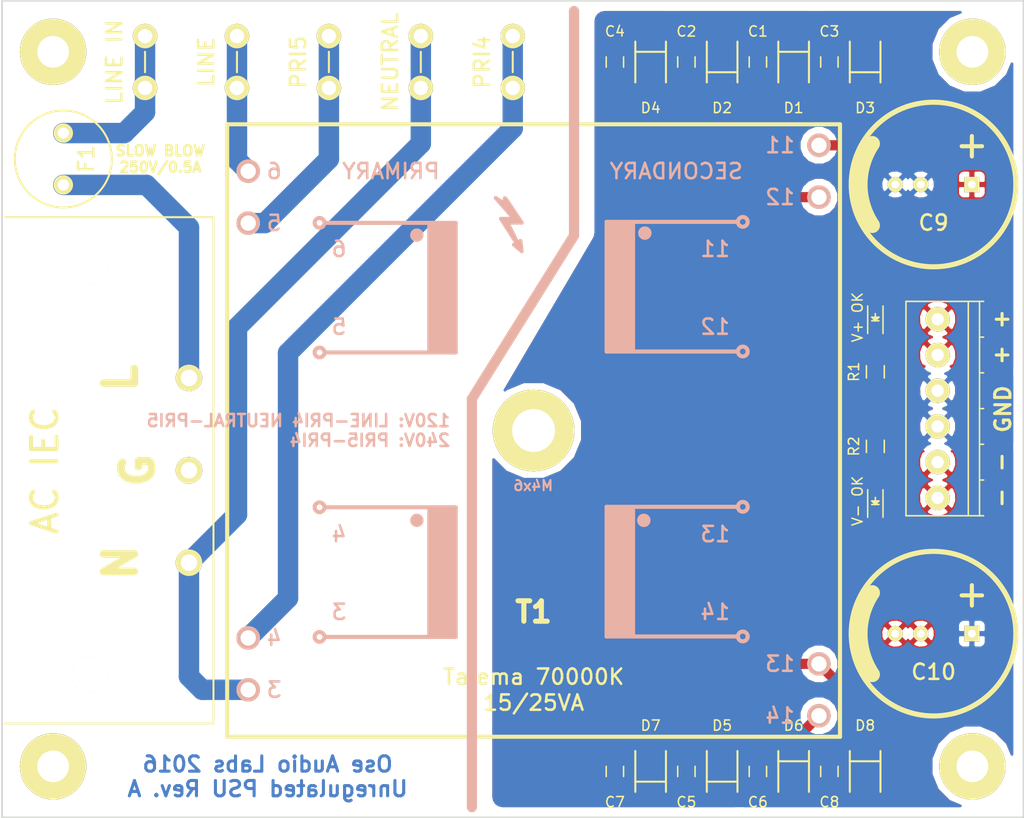
<source format=kicad_pcb>
(kicad_pcb (version 4) (host pcbnew 4.0.2-stable)

  (general
    (links 59)
    (no_connects 0)
    (area -0.075001 -40.075001 100.075001 40.075001)
    (thickness 1.6)
    (drawings 15)
    (tracks 75)
    (zones 0)
    (modules 36)
    (nets 16)
  )

  (page A4)
  (layers
    (0 F.Cu signal)
    (31 B.Cu signal)
    (32 B.Adhes user)
    (33 F.Adhes user)
    (34 B.Paste user)
    (35 F.Paste user)
    (36 B.SilkS user)
    (37 F.SilkS user)
    (38 B.Mask user)
    (39 F.Mask user)
    (40 Dwgs.User user)
    (41 Cmts.User user)
    (42 Eco1.User user)
    (43 Eco2.User user)
    (44 Edge.Cuts user)
    (45 Margin user)
    (46 B.CrtYd user)
    (47 F.CrtYd user)
    (48 B.Fab user)
    (49 F.Fab user hide)
  )

  (setup
    (last_trace_width 1)
    (user_trace_width 5)
    (trace_clearance 0.65)
    (zone_clearance 0.65)
    (zone_45_only no)
    (trace_min 0.2)
    (segment_width 0.2)
    (edge_width 0.15)
    (via_size 0.6)
    (via_drill 0.4)
    (via_min_size 0.4)
    (via_min_drill 0.3)
    (uvia_size 0.3)
    (uvia_drill 0.1)
    (uvias_allowed no)
    (uvia_min_size 0.2)
    (uvia_min_drill 0.1)
    (pcb_text_width 0.3)
    (pcb_text_size 1.5 1.5)
    (mod_edge_width 0.15)
    (mod_text_size 1 1)
    (mod_text_width 0.15)
    (pad_size 0.6 0.6)
    (pad_drill 0.4)
    (pad_to_mask_clearance 0.2)
    (aux_axis_origin 0 0)
    (visible_elements FFFFFF7F)
    (pcbplotparams
      (layerselection 0x010f0_80000001)
      (usegerberextensions true)
      (excludeedgelayer true)
      (linewidth 0.100000)
      (plotframeref false)
      (viasonmask false)
      (mode 1)
      (useauxorigin false)
      (hpglpennumber 1)
      (hpglpenspeed 20)
      (hpglpendiameter 15)
      (hpglpenoverlay 2)
      (psnegative false)
      (psa4output false)
      (plotreference true)
      (plotvalue true)
      (plotinvisibletext false)
      (padsonsilk false)
      (subtractmaskfromsilk false)
      (outputformat 1)
      (mirror false)
      (drillshape 0)
      (scaleselection 1)
      (outputdirectory gerber/))
  )

  (net 0 "")
  (net 1 GROUND)
  (net 2 "Net-(F1-Pad2)")
  (net 3 "Net-(C1-Pad1)")
  (net 4 V+)
  (net 5 "Net-(C3-Pad1)")
  (net 6 "Net-(C5-Pad1)")
  (net 7 V-)
  (net 8 "Net-(C7-Pad1)")
  (net 9 LINE)
  (net 10 "Net-(LED1-Pad1)")
  (net 11 NEUTRAL)
  (net 12 "Net-(P5-Pad1)")
  (net 13 "Net-(P6-Pad1)")
  (net 14 "Net-(LED2-Pad2)")
  (net 15 "Net-(P4-Pad1)")

  (net_class Default "This is the default net class."
    (clearance 0.65)
    (trace_width 1)
    (via_dia 0.6)
    (via_drill 0.4)
    (uvia_dia 0.3)
    (uvia_drill 0.1)
    (add_net GROUND)
    (add_net "Net-(C1-Pad1)")
    (add_net "Net-(C3-Pad1)")
    (add_net "Net-(C5-Pad1)")
    (add_net "Net-(C7-Pad1)")
    (add_net V+)
    (add_net V-)
  )

  (net_class MAINS ""
    (clearance 2)
    (trace_width 2)
    (via_dia 0.6)
    (via_drill 0.4)
    (uvia_dia 0.3)
    (uvia_drill 0.1)
    (add_net LINE)
    (add_net NEUTRAL)
    (add_net "Net-(F1-Pad2)")
    (add_net "Net-(P4-Pad1)")
    (add_net "Net-(P5-Pad1)")
    (add_net "Net-(P6-Pad1)")
  )

  (net_class small-pads ""
    (clearance 0.65)
    (trace_width 0.7)
    (via_dia 0.6)
    (via_drill 0.4)
    (uvia_dia 0.3)
    (uvia_drill 0.1)
    (add_net "Net-(LED1-Pad1)")
    (add_net "Net-(LED2-Pad2)")
  )

  (module ose-audio-labs:Symbol_Highvoltage_Type1_SilkTop (layer B.Cu) (tedit 57A7F4E0) (tstamp 57AD093E)
    (at 50 -17 180)
    (descr "Symbol, Highvoltage, Type 1, Copper Top, Small,")
    (tags "Symbol, Highvoltage, Type 1, Copper Top, Small,")
    (fp_text reference REF** (at 0 8 180) (layer B.SilkS) hide
      (effects (font (size 1 1) (thickness 0.15)) (justify mirror))
    )
    (fp_text value Symbol_Highvoltage_Type1_CopperTop_Small (at 0.508 -4.191 180) (layer B.Fab) hide
      (effects (font (size 1 1) (thickness 0.15)) (justify mirror))
    )
    (fp_line (start 0.897 3.294) (end -0.5 1.389) (layer B.SilkS) (width 0.381))
    (fp_line (start -0.5 1.389) (end 0.77 1.389) (layer B.SilkS) (width 0.381))
    (fp_line (start -0.754 -0.516) (end -0.881 -1.532) (layer B.SilkS) (width 0.381))
    (fp_line (start -0.881 -1.532) (end -0.119 -0.897) (layer B.SilkS) (width 0.381))
    (fp_line (start -0.119 -0.897) (end -0.627 -1.151) (layer B.SilkS) (width 0.381))
    (fp_line (start -0.627 -1.151) (end 1.151 1.643) (layer B.SilkS) (width 0.381))
    (fp_line (start 1.151 1.643) (end -0.119 1.643) (layer B.SilkS) (width 0.381))
    (fp_line (start -0.119 1.643) (end 1.659 3.675) (layer B.SilkS) (width 0.381))
    (fp_line (start 1.659 3.675) (end 0.897 3.167) (layer B.SilkS) (width 0.381))
    (fp_line (start 0.897 3.167) (end 0.77 3.675) (layer B.SilkS) (width 0.381))
    (fp_line (start 0.643 3.548) (end -0.881 1.262) (layer B.SilkS) (width 0.381))
    (fp_line (start -0.881 1.262) (end 0.516 1.262) (layer B.SilkS) (width 0.381))
    (fp_line (start 0.516 1.262) (end -0.627 -1.024) (layer B.SilkS) (width 0.381))
    (fp_line (start -0.627 -1.024) (end -0.754 -0.516) (layer B.SilkS) (width 0.381))
  )

  (module Schurter_GSP1.8101.1 (layer F.Cu) (tedit 57A7F429) (tstamp 57A57D64)
    (at 18.3 6 270)
    (path /579AC1A1)
    (fp_text reference "AC IEC" (at 0 14.1 270) (layer F.SilkS)
      (effects (font (size 2.5 2.5) (thickness 0.4)))
    )
    (fp_text value IEC (at 0 -5 270) (layer F.Fab)
      (effects (font (size 1.5 1.5) (thickness 0.25)))
    )
    (fp_text user N (at 9.05 6.7 270) (layer F.SilkS)
      (effects (font (size 3 3) (thickness 0.75)))
    )
    (fp_text user G (at 0 5 270) (layer F.SilkS)
      (effects (font (size 3 3) (thickness 0.75)))
    )
    (fp_text user L (at -9.05 6.7 270) (layer F.SilkS)
      (effects (font (size 3 3) (thickness 0.75)))
    )
    (fp_line (start 24.8 -2.4) (end -24.8 -2.4) (layer F.SilkS) (width 0.2))
    (fp_line (start -24.8 18) (end -24.8 -2.4) (layer F.SilkS) (width 0.2))
    (fp_line (start 24.8 18) (end 24.8 -2.4) (layer F.SilkS) (width 0.2))
    (fp_line (start 24.8 18.4) (end 24.8 -2.4) (layer F.CrtYd) (width 0.2))
    (fp_line (start -24.8 18.4) (end 24.8 18.4) (layer F.CrtYd) (width 0.2))
    (fp_line (start 24.8 -2.4) (end -24.8 -2.4) (layer F.CrtYd) (width 0.2))
    (fp_line (start -24.8 18.4) (end -24.8 -2.4) (layer F.CrtYd) (width 0.2))
    (pad 1 thru_hole circle (at -9.05 0 270) (size 2.6 2.6) (drill 1.6) (layers *.Cu *.Mask F.SilkS)
      (net 9 LINE))
    (pad 2 thru_hole circle (at 0 0 270) (size 2.6 2.6) (drill 1.6) (layers *.Cu *.Mask F.SilkS))
    (pad 3 thru_hole circle (at 9.05 0 270) (size 2.6 2.6) (drill 1.6) (layers *.Cu *.Mask F.SilkS)
      (net 11 NEUTRAL))
    (pad "" np_thru_hole circle (at -20 9.7 270) (size 3.6 3.6) (drill 3.6) (layers *.Cu *.Mask F.SilkS))
    (pad "" np_thru_hole circle (at 20 9.7 270) (size 3.6 3.6) (drill 3.6) (layers *.Cu *.Mask F.SilkS))
    (model /Users/gregose/dev/oal_kicad/models/Schurter_GSP1.8101.1/Schurter_GSP1.8101.1.wrl
      (at (xyz 0 -0.720472 0.625984))
      (scale (xyz 0.3937 0.3937 0.3937))
      (rotate (xyz -90 0 0))
    )
  )

  (module TALEMA_70000K_15-25VA (layer F.Cu) (tedit 57A7EADD) (tstamp 57A57D97)
    (at 52.04 2.1)
    (path /56DD1423)
    (fp_text reference T1 (at 0 17.78) (layer F.SilkS)
      (effects (font (size 2 2) (thickness 0.5)))
    )
    (fp_text value TALEMA-25VA/12V (at 0 -6) (layer F.Fab)
      (effects (font (size 1 1) (thickness 0.15)))
    )
    (fp_text user 15/25VA (at 0 26.67) (layer F.SilkS)
      (effects (font (size 1.5 1.5) (thickness 0.25)))
    )
    (fp_text user "Talema 70000K" (at 0 24.13) (layer F.SilkS)
      (effects (font (size 1.5 1.5) (thickness 0.25)))
    )
    (fp_text user PRIMARY (at -13.97 -25.4) (layer B.SilkS)
      (effects (font (size 1.5 1.5) (thickness 0.25)) (justify mirror))
    )
    (fp_text user 6 (at -25.4 -25.4) (layer B.SilkS)
      (effects (font (size 1.5 1.5) (thickness 0.25)) (justify mirror))
    )
    (fp_text user M4x6 (at -0.04 5.4) (layer B.SilkS)
      (effects (font (size 1 1) (thickness 0.2)) (justify mirror))
    )
    (fp_line (start -30 30) (end -30 -30) (layer F.SilkS) (width 0.4))
    (fp_line (start 30 30) (end -30 30) (layer F.SilkS) (width 0.4))
    (fp_line (start 30 -30) (end 30 30) (layer F.SilkS) (width 0.4))
    (fp_line (start -30 -30) (end 30 -30) (layer F.SilkS) (width 0.4))
    (fp_text user 6 (at -19.05 -17.78) (layer B.SilkS)
      (effects (font (size 1.5 1.5) (thickness 0.25)) (justify mirror))
    )
    (fp_text user 5 (at -19.05 -10.16) (layer B.SilkS)
      (effects (font (size 1.5 1.5) (thickness 0.25)) (justify mirror))
    )
    (fp_text user 12 (at 17.78 -10.16) (layer B.SilkS)
      (effects (font (size 1.5 1.5) (thickness 0.25)) (justify mirror))
    )
    (fp_circle (center -20.955 -7.644672) (end -20.935 -7.164672) (layer B.SilkS) (width 0.4))
    (fp_line (start -20.32 -7.644672) (end -7.62 -7.644672) (layer B.SilkS) (width 0.4))
    (fp_line (start -10.287 -7.644672) (end -10.287 -20.344672) (layer B.SilkS) (width 0.25))
    (fp_line (start -9.525 -8.279672) (end -9.525 -19.709672) (layer B.SilkS) (width 1.57))
    (fp_line (start -8.255 -8.279672) (end -8.255 -19.709672) (layer B.SilkS) (width 1.57))
    (fp_line (start -7.62 -7.644672) (end -7.62 -20.344672) (layer B.SilkS) (width 0.4))
    (fp_line (start -7.62 -20.344672) (end -20.32 -20.344672) (layer B.SilkS) (width 0.4))
    (fp_circle (center -20.955 -20.344672) (end -20.935 -19.864672) (layer B.SilkS) (width 0.4))
    (fp_line (start -11.43 9.054) (end -11.43 8.546) (layer B.SilkS) (width 0.4))
    (fp_circle (center -11.43 8.8) (end -11.176 8.8) (layer B.SilkS) (width 0.3))
    (fp_circle (center -11.43 8.8) (end -10.922 8.8) (layer B.SilkS) (width 0.3))
    (fp_text user 5 (at -25.4 -20.32) (layer B.SilkS)
      (effects (font (size 1.5 1.5) (thickness 0.25)) (justify mirror))
    )
    (fp_circle (center -20.955 20.220858) (end -20.935 20.700858) (layer B.SilkS) (width 0.4))
    (fp_line (start -20.32 20.220858) (end -7.62 20.220858) (layer B.SilkS) (width 0.4))
    (fp_line (start -10.287 20.220858) (end -10.287 7.520858) (layer B.SilkS) (width 0.25))
    (fp_line (start -9.525 19.585858) (end -9.525 8.155858) (layer B.SilkS) (width 1.57))
    (fp_line (start -8.255 19.585858) (end -8.255 8.155858) (layer B.SilkS) (width 1.57))
    (fp_line (start -7.62 20.220858) (end -7.62 7.520858) (layer B.SilkS) (width 0.4))
    (fp_line (start -7.62 7.520858) (end -20.32 7.520858) (layer B.SilkS) (width 0.4))
    (fp_circle (center -20.955 7.520858) (end -20.935 8.000858) (layer B.SilkS) (width 0.4))
    (fp_text user 4 (at -19.05 10.16) (layer B.SilkS)
      (effects (font (size 1.5 1.5) (thickness 0.25)) (justify mirror))
    )
    (fp_text user 3 (at -19.05 17.78) (layer B.SilkS)
      (effects (font (size 1.5 1.5) (thickness 0.25)) (justify mirror))
    )
    (fp_text user 4 (at -25.4 20.32) (layer B.SilkS)
      (effects (font (size 1.5 1.5) (thickness 0.25)) (justify mirror))
    )
    (fp_text user 3 (at -25.4 25.4) (layer B.SilkS)
      (effects (font (size 1.5 1.5) (thickness 0.25)) (justify mirror))
    )
    (fp_circle (center -11.43 -19.14) (end -10.922 -19.14) (layer B.SilkS) (width 0.3))
    (fp_circle (center -11.43 -19.14) (end -11.176 -19.14) (layer B.SilkS) (width 0.3))
    (fp_line (start -11.43 -18.886) (end -11.43 -19.394) (layer B.SilkS) (width 0.4))
    (fp_text user SECONDARY (at 13.97 -25.4) (layer B.SilkS)
      (effects (font (size 1.5 1.5) (thickness 0.25)) (justify mirror))
    )
    (fp_text user 11 (at 24.13 -27.94) (layer B.SilkS)
      (effects (font (size 1.5 1.5) (thickness 0.25)) (justify mirror))
    )
    (fp_text user 12 (at 24.13 -22.86) (layer B.SilkS)
      (effects (font (size 1.5 1.5) (thickness 0.25)) (justify mirror))
    )
    (fp_text user 13 (at 24.13 22.86) (layer B.SilkS)
      (effects (font (size 1.5 1.5) (thickness 0.25)) (justify mirror))
    )
    (fp_text user 14 (at 24.13 27.94) (layer B.SilkS)
      (effects (font (size 1.5 1.5) (thickness 0.25)) (justify mirror))
    )
    (fp_circle (center 20.48342 20.175244) (end 20.46342 19.695244) (layer B.SilkS) (width 0.4))
    (fp_line (start 9.05342 8.110244) (end 9.05342 19.540244) (layer B.SilkS) (width 1.57))
    (fp_line (start 9.81542 7.475244) (end 9.81542 20.175244) (layer B.SilkS) (width 0.25))
    (fp_line (start 7.14842 20.175244) (end 19.84842 20.175244) (layer B.SilkS) (width 0.4))
    (fp_line (start 7.78342 8.110244) (end 7.78342 19.540244) (layer B.SilkS) (width 1.57))
    (fp_line (start 7.14842 7.475244) (end 7.14842 20.175244) (layer B.SilkS) (width 0.4))
    (fp_line (start 19.84842 7.475244) (end 7.14842 7.475244) (layer B.SilkS) (width 0.4))
    (fp_circle (center 20.48342 7.475244) (end 20.46342 6.995244) (layer B.SilkS) (width 0.4))
    (fp_circle (center 10.895 -19.34) (end 11.403 -19.34) (layer B.SilkS) (width 0.3))
    (fp_circle (center 10.895 -19.34) (end 11.149 -19.34) (layer B.SilkS) (width 0.3))
    (fp_line (start 10.895 -19.086) (end 10.895 -19.594) (layer B.SilkS) (width 0.4))
    (fp_text user 13 (at 17.78 10.16) (layer B.SilkS)
      (effects (font (size 1.5 1.5) (thickness 0.25)) (justify mirror))
    )
    (fp_text user 14 (at 17.78 17.78) (layer B.SilkS)
      (effects (font (size 1.5 1.5) (thickness 0.25)) (justify mirror))
    )
    (fp_circle (center 20.48342 -7.74055) (end 20.46342 -8.22055) (layer B.SilkS) (width 0.4))
    (fp_line (start 7.14842 -7.74055) (end 19.84842 -7.74055) (layer B.SilkS) (width 0.4))
    (fp_line (start 9.81542 -20.44055) (end 9.81542 -7.74055) (layer B.SilkS) (width 0.25))
    (fp_line (start 9.05342 -19.80555) (end 9.05342 -8.37555) (layer B.SilkS) (width 1.57))
    (fp_line (start 7.78342 -19.80555) (end 7.78342 -8.37555) (layer B.SilkS) (width 1.57))
    (fp_line (start 7.14842 -20.44055) (end 7.14842 -7.74055) (layer B.SilkS) (width 0.4))
    (fp_line (start 19.84842 -20.44055) (end 7.14842 -20.44055) (layer B.SilkS) (width 0.4))
    (fp_circle (center 20.48342 -20.44055) (end 20.46342 -20.92055) (layer B.SilkS) (width 0.4))
    (fp_circle (center 10.795 8.8) (end 11.303 8.8) (layer B.SilkS) (width 0.3))
    (fp_circle (center 10.795 8.8) (end 11.049 8.8) (layer B.SilkS) (width 0.3))
    (fp_line (start 10.795 9.054) (end 10.795 8.546) (layer B.SilkS) (width 0.4))
    (fp_text user 11 (at 17.78 -17.78) (layer B.SilkS)
      (effects (font (size 1.5 1.5) (thickness 0.25)) (justify mirror))
    )
    (pad "" thru_hole circle (at 0 0) (size 8 8) (drill 4.2) (layers *.Cu *.Mask F.SilkS))
    (pad 5 thru_hole circle (at -27.94 -20.32) (size 2.3 2.3) (drill 1.5) (layers *.Cu *.SilkS *.Mask)
      (net 12 "Net-(P5-Pad1)"))
    (pad 6 thru_hole circle (at -27.94 -25.4) (size 2.3 2.3) (drill 1.5) (layers *.Cu *.SilkS *.Mask)
      (net 13 "Net-(P6-Pad1)"))
    (pad 4 thru_hole circle (at -27.94 20.32) (size 2.3 2.3) (drill 1.5) (layers *.Cu *.SilkS *.Mask)
      (net 15 "Net-(P4-Pad1)"))
    (pad 3 thru_hole circle (at -27.94 25.4) (size 2.3 2.3) (drill 1.5) (layers *.Cu *.SilkS *.Mask)
      (net 11 NEUTRAL))
    (pad 11 thru_hole circle (at 27.94 -27.94) (size 2.3 2.3) (drill 1.5) (layers *.Cu *.SilkS *.Mask)
      (net 5 "Net-(C3-Pad1)"))
    (pad 12 thru_hole circle (at 27.94 -22.86) (size 2.3 2.3) (drill 1.5) (layers *.Cu *.SilkS *.Mask)
      (net 3 "Net-(C1-Pad1)"))
    (pad 14 thru_hole circle (at 27.94 27.94) (size 2.3 2.3) (drill 1.5) (layers *.Cu *.SilkS *.Mask)
      (net 6 "Net-(C5-Pad1)"))
    (pad 13 thru_hole circle (at 27.94 22.86) (size 2.3 2.3) (drill 1.5) (layers *.Cu *.SilkS *.Mask)
      (net 8 "Net-(C7-Pad1)"))
    (model /Users/gregose/dev/oal_kicad/models/Talema_70000K_15-25VA/Talema_70000K_15-25VA.wrl
      (at (xyz 0 0 1.417323))
      (scale (xyz 0.3937 0.3937 0.3937))
      (rotate (xyz -90 0 -90))
    )
  )

  (module SCHURTER_FMS250V (layer F.Cu) (tedit 57A7A328) (tstamp 57A58F25)
    (at 6 -24.5 90)
    (path /56DD16D4)
    (fp_text reference F1 (at 0 2.25 90) (layer F.SilkS)
      (effects (font (size 1.5 1.5) (thickness 0.25)))
    )
    (fp_text value FUSE (at 0 -8 90) (layer F.Fab)
      (effects (font (size 1.5 1.5) (thickness 0.25)))
    )
    (fp_circle (center 0 0) (end 4.75 0) (layer F.SilkS) (width 0.2))
    (pad 1 thru_hole circle (at -2.54 0 90) (size 1.9 1.9) (drill 1.1) (layers *.Cu *.Mask F.SilkS)
      (net 9 LINE))
    (pad 2 thru_hole circle (at 2.54 0 90) (size 1.9 1.9) (drill 1.1) (layers *.Cu *.Mask F.SilkS)
      (net 2 "Net-(F1-Pad2)"))
    (model /Users/gregose/dev/oal_kicad/models/Schurter_FMS_250V/Schurter_FMS_250V.wrl
      (at (xyz 0 0 0.05))
      (scale (xyz 0.3937 0.3937 0.3937))
      (rotate (xyz 0 0 0))
    )
  )

  (module ose-audio-labs:MOUNTING_HOLE-M3 (layer F.Cu) (tedit 56D8C4A8) (tstamp 56E661C3)
    (at 5 35)
    (path /56E4D771)
    (fp_text reference X1 (at 0 5) (layer F.SilkS) hide
      (effects (font (size 1.5 1.5) (thickness 0.25)))
    )
    (fp_text value MOUNTING_HOLE (at 0 5) (layer F.Fab)
      (effects (font (size 1.5 1.5) (thickness 0.25)))
    )
    (fp_circle (center 0 0) (end 0 -3.3) (layer F.CrtYd) (width 0.2))
    (pad 1 thru_hole circle (at 0 0) (size 6.5 6.5) (drill 3.1) (layers *.Cu *.Mask F.SilkS)
      (zone_connect 0))
  )

  (module ose-audio-labs:MOUNTING_HOLE-M3 (layer F.Cu) (tedit 56D8C4A8) (tstamp 56E661C9)
    (at 95 35)
    (path /56E4D7CC)
    (fp_text reference X2 (at 0 5) (layer F.SilkS) hide
      (effects (font (size 1.5 1.5) (thickness 0.25)))
    )
    (fp_text value MOUNTING_HOLE (at 0 5) (layer F.Fab)
      (effects (font (size 1.5 1.5) (thickness 0.25)))
    )
    (fp_circle (center 0 0) (end 0 -3.3) (layer F.CrtYd) (width 0.2))
    (pad 1 thru_hole circle (at 0 0) (size 6.5 6.5) (drill 3.1) (layers *.Cu *.Mask F.SilkS)
      (zone_connect 0))
  )

  (module ose-audio-labs:MOUNTING_HOLE-M3 (layer F.Cu) (tedit 56D8C4A8) (tstamp 56E661CF)
    (at 5 -35)
    (path /56E4D82C)
    (fp_text reference X3 (at 0 5) (layer F.SilkS) hide
      (effects (font (size 1.5 1.5) (thickness 0.25)))
    )
    (fp_text value MOUNTING_HOLE (at 0 -5) (layer F.Fab)
      (effects (font (size 1.5 1.5) (thickness 0.25)))
    )
    (fp_circle (center 0 0) (end 0 -3.3) (layer F.CrtYd) (width 0.2))
    (pad 1 thru_hole circle (at 0 0) (size 6.5 6.5) (drill 3.1) (layers *.Cu *.Mask F.SilkS)
      (zone_connect 0))
  )

  (module ose-audio-labs:MOUNTING_HOLE-M3 (layer F.Cu) (tedit 56D8C4A8) (tstamp 56E661D5)
    (at 95 -35)
    (path /56E4D896)
    (fp_text reference X4 (at 0 5) (layer F.SilkS) hide
      (effects (font (size 1.5 1.5) (thickness 0.25)))
    )
    (fp_text value MOUNTING_HOLE (at 0 -5) (layer F.Fab)
      (effects (font (size 1.5 1.5) (thickness 0.25)))
    )
    (fp_circle (center 0 0) (end 0 -3.3) (layer F.CrtYd) (width 0.2))
    (pad 1 thru_hole circle (at 0 0) (size 6.5 6.5) (drill 3.1) (layers *.Cu *.Mask F.SilkS)
      (zone_connect 0))
  )

  (module Capacitors_SMD:C_0805 (layer F.Cu) (tedit 5415D6EA) (tstamp 57A57CE8)
    (at 74 -34 90)
    (descr "Capacitor SMD 0805, reflow soldering, AVX (see smccp.pdf)")
    (tags "capacitor 0805")
    (path /579AEAAB)
    (attr smd)
    (fp_text reference C1 (at 3 0 180) (layer F.SilkS)
      (effects (font (size 1 1) (thickness 0.15)))
    )
    (fp_text value 0.1uF (at 0 2.1 90) (layer F.Fab)
      (effects (font (size 1 1) (thickness 0.15)))
    )
    (fp_line (start -1.8 -1) (end 1.8 -1) (layer F.CrtYd) (width 0.05))
    (fp_line (start -1.8 1) (end 1.8 1) (layer F.CrtYd) (width 0.05))
    (fp_line (start -1.8 -1) (end -1.8 1) (layer F.CrtYd) (width 0.05))
    (fp_line (start 1.8 -1) (end 1.8 1) (layer F.CrtYd) (width 0.05))
    (fp_line (start 0.5 -0.85) (end -0.5 -0.85) (layer F.SilkS) (width 0.15))
    (fp_line (start -0.5 0.85) (end 0.5 0.85) (layer F.SilkS) (width 0.15))
    (pad 1 smd rect (at -1 0 90) (size 1 1.25) (layers F.Cu F.Paste F.Mask)
      (net 3 "Net-(C1-Pad1)"))
    (pad 2 smd rect (at 1 0 90) (size 1 1.25) (layers F.Cu F.Paste F.Mask)
      (net 4 V+))
    (model Capacitors_SMD.3dshapes/C_0805.wrl
      (at (xyz 0 0 0))
      (scale (xyz 1 1 1))
      (rotate (xyz 0 0 0))
    )
  )

  (module Capacitors_SMD:C_0805 (layer F.Cu) (tedit 5415D6EA) (tstamp 57A57CED)
    (at 67 -34 270)
    (descr "Capacitor SMD 0805, reflow soldering, AVX (see smccp.pdf)")
    (tags "capacitor 0805")
    (path /579AE914)
    (attr smd)
    (fp_text reference C2 (at -3 0 360) (layer F.SilkS)
      (effects (font (size 1 1) (thickness 0.15)))
    )
    (fp_text value 0.1uF (at 0 2.1 270) (layer F.Fab)
      (effects (font (size 1 1) (thickness 0.15)))
    )
    (fp_line (start -1.8 -1) (end 1.8 -1) (layer F.CrtYd) (width 0.05))
    (fp_line (start -1.8 1) (end 1.8 1) (layer F.CrtYd) (width 0.05))
    (fp_line (start -1.8 -1) (end -1.8 1) (layer F.CrtYd) (width 0.05))
    (fp_line (start 1.8 -1) (end 1.8 1) (layer F.CrtYd) (width 0.05))
    (fp_line (start 0.5 -0.85) (end -0.5 -0.85) (layer F.SilkS) (width 0.15))
    (fp_line (start -0.5 0.85) (end 0.5 0.85) (layer F.SilkS) (width 0.15))
    (pad 1 smd rect (at -1 0 270) (size 1 1.25) (layers F.Cu F.Paste F.Mask)
      (net 1 GROUND))
    (pad 2 smd rect (at 1 0 270) (size 1 1.25) (layers F.Cu F.Paste F.Mask)
      (net 3 "Net-(C1-Pad1)"))
    (model Capacitors_SMD.3dshapes/C_0805.wrl
      (at (xyz 0 0 0))
      (scale (xyz 1 1 1))
      (rotate (xyz 0 0 0))
    )
  )

  (module Capacitors_SMD:C_0805 (layer F.Cu) (tedit 5415D6EA) (tstamp 57A57CF2)
    (at 81 -34 270)
    (descr "Capacitor SMD 0805, reflow soldering, AVX (see smccp.pdf)")
    (tags "capacitor 0805")
    (path /579AECDE)
    (attr smd)
    (fp_text reference C3 (at -3 0 360) (layer F.SilkS)
      (effects (font (size 1 1) (thickness 0.15)))
    )
    (fp_text value 0.1uF (at 0 2.1 270) (layer F.Fab)
      (effects (font (size 1 1) (thickness 0.15)))
    )
    (fp_line (start -1.8 -1) (end 1.8 -1) (layer F.CrtYd) (width 0.05))
    (fp_line (start -1.8 1) (end 1.8 1) (layer F.CrtYd) (width 0.05))
    (fp_line (start -1.8 -1) (end -1.8 1) (layer F.CrtYd) (width 0.05))
    (fp_line (start 1.8 -1) (end 1.8 1) (layer F.CrtYd) (width 0.05))
    (fp_line (start 0.5 -0.85) (end -0.5 -0.85) (layer F.SilkS) (width 0.15))
    (fp_line (start -0.5 0.85) (end 0.5 0.85) (layer F.SilkS) (width 0.15))
    (pad 1 smd rect (at -1 0 270) (size 1 1.25) (layers F.Cu F.Paste F.Mask)
      (net 5 "Net-(C3-Pad1)"))
    (pad 2 smd rect (at 1 0 270) (size 1 1.25) (layers F.Cu F.Paste F.Mask)
      (net 4 V+))
    (model Capacitors_SMD.3dshapes/C_0805.wrl
      (at (xyz 0 0 0))
      (scale (xyz 1 1 1))
      (rotate (xyz 0 0 0))
    )
  )

  (module Capacitors_SMD:C_0805 (layer F.Cu) (tedit 57A7AA8A) (tstamp 57A57CF7)
    (at 60 -34 90)
    (descr "Capacitor SMD 0805, reflow soldering, AVX (see smccp.pdf)")
    (tags "capacitor 0805")
    (path /579AECD8)
    (attr smd)
    (fp_text reference C4 (at 3 0 180) (layer F.SilkS)
      (effects (font (size 1 1) (thickness 0.15)))
    )
    (fp_text value 0.1uF (at 0 2.1 90) (layer F.Fab)
      (effects (font (size 1 1) (thickness 0.15)))
    )
    (fp_line (start -1.8 -1) (end 1.8 -1) (layer F.CrtYd) (width 0.05))
    (fp_line (start -1.8 1) (end 1.8 1) (layer F.CrtYd) (width 0.05))
    (fp_line (start -1.8 -1) (end -1.8 1) (layer F.CrtYd) (width 0.05))
    (fp_line (start 1.8 -1) (end 1.8 1) (layer F.CrtYd) (width 0.05))
    (fp_line (start 0.5 -0.85) (end -0.5 -0.85) (layer F.SilkS) (width 0.15))
    (fp_line (start -0.5 0.85) (end 0.5 0.85) (layer F.SilkS) (width 0.15))
    (pad 1 smd rect (at -1 0 90) (size 1 1.25) (layers F.Cu F.Paste F.Mask)
      (net 1 GROUND))
    (pad 2 smd rect (at 1 0 90) (size 1 1.25) (layers F.Cu F.Paste F.Mask)
      (net 5 "Net-(C3-Pad1)"))
    (model Capacitors_SMD.3dshapes/C_0805.wrl
      (at (xyz 0 0 0))
      (scale (xyz 1 1 1))
      (rotate (xyz 0 0 0))
    )
  )

  (module Capacitors_SMD:C_0805 (layer F.Cu) (tedit 57A7A935) (tstamp 57A57D01)
    (at 67 35.5 270)
    (descr "Capacitor SMD 0805, reflow soldering, AVX (see smccp.pdf)")
    (tags "capacitor 0805")
    (path /579B1577)
    (attr smd)
    (fp_text reference C5 (at 3 0 360) (layer F.SilkS)
      (effects (font (size 1 1) (thickness 0.15)))
    )
    (fp_text value 0.1uF (at 0 2.1 270) (layer F.Fab)
      (effects (font (size 1 1) (thickness 0.15)))
    )
    (fp_line (start -1.8 -1) (end 1.8 -1) (layer F.CrtYd) (width 0.05))
    (fp_line (start -1.8 1) (end 1.8 1) (layer F.CrtYd) (width 0.05))
    (fp_line (start -1.8 -1) (end -1.8 1) (layer F.CrtYd) (width 0.05))
    (fp_line (start 1.8 -1) (end 1.8 1) (layer F.CrtYd) (width 0.05))
    (fp_line (start 0.5 -0.85) (end -0.5 -0.85) (layer F.SilkS) (width 0.15))
    (fp_line (start -0.5 0.85) (end 0.5 0.85) (layer F.SilkS) (width 0.15))
    (pad 1 smd rect (at -1 0 270) (size 1 1.25) (layers F.Cu F.Paste F.Mask)
      (net 6 "Net-(C5-Pad1)"))
    (pad 2 smd rect (at 1 0 270) (size 1 1.25) (layers F.Cu F.Paste F.Mask)
      (net 1 GROUND))
    (model Capacitors_SMD.3dshapes/C_0805.wrl
      (at (xyz 0 0 0))
      (scale (xyz 1 1 1))
      (rotate (xyz 0 0 0))
    )
  )

  (module Capacitors_SMD:C_0805 (layer F.Cu) (tedit 57A7A959) (tstamp 57A57D07)
    (at 74 35.5 90)
    (descr "Capacitor SMD 0805, reflow soldering, AVX (see smccp.pdf)")
    (tags "capacitor 0805")
    (path /579B1571)
    (attr smd)
    (fp_text reference C6 (at -3 0 180) (layer F.SilkS)
      (effects (font (size 1 1) (thickness 0.15)))
    )
    (fp_text value 0.1uF (at 0 2.1 90) (layer F.Fab)
      (effects (font (size 1 1) (thickness 0.15)))
    )
    (fp_line (start -1.8 -1) (end 1.8 -1) (layer F.CrtYd) (width 0.05))
    (fp_line (start -1.8 1) (end 1.8 1) (layer F.CrtYd) (width 0.05))
    (fp_line (start -1.8 -1) (end -1.8 1) (layer F.CrtYd) (width 0.05))
    (fp_line (start 1.8 -1) (end 1.8 1) (layer F.CrtYd) (width 0.05))
    (fp_line (start 0.5 -0.85) (end -0.5 -0.85) (layer F.SilkS) (width 0.15))
    (fp_line (start -0.5 0.85) (end 0.5 0.85) (layer F.SilkS) (width 0.15))
    (pad 1 smd rect (at -1 0 90) (size 1 1.25) (layers F.Cu F.Paste F.Mask)
      (net 7 V-))
    (pad 2 smd rect (at 1 0 90) (size 1 1.25) (layers F.Cu F.Paste F.Mask)
      (net 6 "Net-(C5-Pad1)"))
    (model Capacitors_SMD.3dshapes/C_0805.wrl
      (at (xyz 0 0 0))
      (scale (xyz 1 1 1))
      (rotate (xyz 0 0 0))
    )
  )

  (module Capacitors_SMD:C_0805 (layer F.Cu) (tedit 57A7A91A) (tstamp 57A57D0D)
    (at 60 35.5 270)
    (descr "Capacitor SMD 0805, reflow soldering, AVX (see smccp.pdf)")
    (tags "capacitor 0805")
    (path /579B1583)
    (attr smd)
    (fp_text reference C7 (at 3 0 360) (layer F.SilkS)
      (effects (font (size 1 1) (thickness 0.15)))
    )
    (fp_text value 0.1uF (at 0 2.1 270) (layer F.Fab)
      (effects (font (size 1 1) (thickness 0.15)))
    )
    (fp_line (start -1.8 -1) (end 1.8 -1) (layer F.CrtYd) (width 0.05))
    (fp_line (start -1.8 1) (end 1.8 1) (layer F.CrtYd) (width 0.05))
    (fp_line (start -1.8 -1) (end -1.8 1) (layer F.CrtYd) (width 0.05))
    (fp_line (start 1.8 -1) (end 1.8 1) (layer F.CrtYd) (width 0.05))
    (fp_line (start 0.5 -0.85) (end -0.5 -0.85) (layer F.SilkS) (width 0.15))
    (fp_line (start -0.5 0.85) (end 0.5 0.85) (layer F.SilkS) (width 0.15))
    (pad 1 smd rect (at -1 0 270) (size 1 1.25) (layers F.Cu F.Paste F.Mask)
      (net 8 "Net-(C7-Pad1)"))
    (pad 2 smd rect (at 1 0 270) (size 1 1.25) (layers F.Cu F.Paste F.Mask)
      (net 1 GROUND))
    (model Capacitors_SMD.3dshapes/C_0805.wrl
      (at (xyz 0 0 0))
      (scale (xyz 1 1 1))
      (rotate (xyz 0 0 0))
    )
  )

  (module Capacitors_SMD:C_0805 (layer F.Cu) (tedit 57A7A961) (tstamp 57A57D13)
    (at 81 35.5 90)
    (descr "Capacitor SMD 0805, reflow soldering, AVX (see smccp.pdf)")
    (tags "capacitor 0805")
    (path /579B157D)
    (attr smd)
    (fp_text reference C8 (at -3 0 180) (layer F.SilkS)
      (effects (font (size 1 1) (thickness 0.15)))
    )
    (fp_text value 0.1uF (at 0 2.1 90) (layer F.Fab)
      (effects (font (size 1 1) (thickness 0.15)))
    )
    (fp_line (start -1.8 -1) (end 1.8 -1) (layer F.CrtYd) (width 0.05))
    (fp_line (start -1.8 1) (end 1.8 1) (layer F.CrtYd) (width 0.05))
    (fp_line (start -1.8 -1) (end -1.8 1) (layer F.CrtYd) (width 0.05))
    (fp_line (start 1.8 -1) (end 1.8 1) (layer F.CrtYd) (width 0.05))
    (fp_line (start 0.5 -0.85) (end -0.5 -0.85) (layer F.SilkS) (width 0.15))
    (fp_line (start -0.5 0.85) (end 0.5 0.85) (layer F.SilkS) (width 0.15))
    (pad 1 smd rect (at -1 0 90) (size 1 1.25) (layers F.Cu F.Paste F.Mask)
      (net 7 V-))
    (pad 2 smd rect (at 1 0 90) (size 1 1.25) (layers F.Cu F.Paste F.Mask)
      (net 8 "Net-(C7-Pad1)"))
    (model Capacitors_SMD.3dshapes/C_0805.wrl
      (at (xyz 0 0 0))
      (scale (xyz 1 1 1))
      (rotate (xyz 0 0 0))
    )
  )

  (module LEDs:LED_0805 (layer F.Cu) (tedit 57A79EFB) (tstamp 57A57D55)
    (at 85.5 -9 90)
    (descr "LED 0805 smd package")
    (tags "LED 0805 SMD")
    (path /56E44DC0)
    (attr smd)
    (fp_text reference "V+ OK" (at 0 -1.75 90) (layer F.SilkS)
      (effects (font (size 1 1) (thickness 0.15)))
    )
    (fp_text value V+_OK (at 0 1.75 90) (layer F.Fab)
      (effects (font (size 1 1) (thickness 0.15)))
    )
    (fp_line (start -1.6 0.75) (end 1.1 0.75) (layer F.SilkS) (width 0.15))
    (fp_line (start -1.6 -0.75) (end 1.1 -0.75) (layer F.SilkS) (width 0.15))
    (fp_line (start -0.1 0.15) (end -0.1 -0.1) (layer F.SilkS) (width 0.15))
    (fp_line (start -0.1 -0.1) (end -0.25 0.05) (layer F.SilkS) (width 0.15))
    (fp_line (start -0.35 -0.35) (end -0.35 0.35) (layer F.SilkS) (width 0.15))
    (fp_line (start 0 0) (end 0.35 0) (layer F.SilkS) (width 0.15))
    (fp_line (start -0.35 0) (end 0 -0.35) (layer F.SilkS) (width 0.15))
    (fp_line (start 0 -0.35) (end 0 0.35) (layer F.SilkS) (width 0.15))
    (fp_line (start 0 0.35) (end -0.35 0) (layer F.SilkS) (width 0.15))
    (fp_line (start 1.9 -0.95) (end 1.9 0.95) (layer F.CrtYd) (width 0.05))
    (fp_line (start 1.9 0.95) (end -1.9 0.95) (layer F.CrtYd) (width 0.05))
    (fp_line (start -1.9 0.95) (end -1.9 -0.95) (layer F.CrtYd) (width 0.05))
    (fp_line (start -1.9 -0.95) (end 1.9 -0.95) (layer F.CrtYd) (width 0.05))
    (pad 2 smd rect (at 1.04902 0 270) (size 1.19888 1.19888) (layers F.Cu F.Paste F.Mask)
      (net 4 V+))
    (pad 1 smd rect (at -1.04902 0 270) (size 1.19888 1.19888) (layers F.Cu F.Paste F.Mask)
      (net 10 "Net-(LED1-Pad1)"))
    (model LEDs.3dshapes/LED_0805.wrl
      (at (xyz 0 0 0))
      (scale (xyz 1 1 1))
      (rotate (xyz 0 0 0))
    )
  )

  (module LEDs:LED_0805 (layer F.Cu) (tedit 57A7F2BF) (tstamp 57A57D5B)
    (at 85.5 9 90)
    (descr "LED 0805 smd package")
    (tags "LED 0805 SMD")
    (path /56E4AF62)
    (attr smd)
    (fp_text reference "V- OK" (at 0 -1.75 90) (layer F.SilkS)
      (effects (font (size 1 1) (thickness 0.15)))
    )
    (fp_text value V-_OK (at 0 1.75 90) (layer F.Fab)
      (effects (font (size 1 1) (thickness 0.15)))
    )
    (fp_line (start -1.6 0.75) (end 1.1 0.75) (layer F.SilkS) (width 0.15))
    (fp_line (start -1.6 -0.75) (end 1.1 -0.75) (layer F.SilkS) (width 0.15))
    (fp_line (start -0.1 0.15) (end -0.1 -0.1) (layer F.SilkS) (width 0.15))
    (fp_line (start -0.1 -0.1) (end -0.25 0.05) (layer F.SilkS) (width 0.15))
    (fp_line (start -0.35 -0.35) (end -0.35 0.35) (layer F.SilkS) (width 0.15))
    (fp_line (start 0 0) (end 0.35 0) (layer F.SilkS) (width 0.15))
    (fp_line (start -0.35 0) (end 0 -0.35) (layer F.SilkS) (width 0.15))
    (fp_line (start 0 -0.35) (end 0 0.35) (layer F.SilkS) (width 0.15))
    (fp_line (start 0 0.35) (end -0.35 0) (layer F.SilkS) (width 0.15))
    (fp_line (start 1.9 -0.95) (end 1.9 0.95) (layer F.CrtYd) (width 0.05))
    (fp_line (start 1.9 0.95) (end -1.9 0.95) (layer F.CrtYd) (width 0.05))
    (fp_line (start -1.9 0.95) (end -1.9 -0.95) (layer F.CrtYd) (width 0.05))
    (fp_line (start -1.9 -0.95) (end 1.9 -0.95) (layer F.CrtYd) (width 0.05))
    (pad 2 smd rect (at 1.04902 0 270) (size 1.19888 1.19888) (layers F.Cu F.Paste F.Mask)
      (net 14 "Net-(LED2-Pad2)"))
    (pad 1 smd rect (at -1.04902 0 270) (size 1.19888 1.19888) (layers F.Cu F.Paste F.Mask)
      (net 7 V-))
    (model LEDs.3dshapes/LED_0805.wrl
      (at (xyz 0 0 0))
      (scale (xyz 1 1 1))
      (rotate (xyz 0 0 0))
    )
  )

  (module Resistors_SMD:R_0805 (layer F.Cu) (tedit 5415CDEB) (tstamp 57A57D8D)
    (at 85.5 -3.65 90)
    (descr "Resistor SMD 0805, reflow soldering, Vishay (see dcrcw.pdf)")
    (tags "resistor 0805")
    (path /56E44E46)
    (attr smd)
    (fp_text reference R1 (at 0 -2.1 90) (layer F.SilkS)
      (effects (font (size 1 1) (thickness 0.15)))
    )
    (fp_text value 820R (at 0 2.1 90) (layer F.Fab)
      (effects (font (size 1 1) (thickness 0.15)))
    )
    (fp_line (start -1.6 -1) (end 1.6 -1) (layer F.CrtYd) (width 0.05))
    (fp_line (start -1.6 1) (end 1.6 1) (layer F.CrtYd) (width 0.05))
    (fp_line (start -1.6 -1) (end -1.6 1) (layer F.CrtYd) (width 0.05))
    (fp_line (start 1.6 -1) (end 1.6 1) (layer F.CrtYd) (width 0.05))
    (fp_line (start 0.6 0.875) (end -0.6 0.875) (layer F.SilkS) (width 0.15))
    (fp_line (start -0.6 -0.875) (end 0.6 -0.875) (layer F.SilkS) (width 0.15))
    (pad 1 smd rect (at -0.95 0 90) (size 0.7 1.3) (layers F.Cu F.Paste F.Mask)
      (net 1 GROUND))
    (pad 2 smd rect (at 0.95 0 90) (size 0.7 1.3) (layers F.Cu F.Paste F.Mask)
      (net 10 "Net-(LED1-Pad1)"))
    (model Resistors_SMD.3dshapes/R_0805.wrl
      (at (xyz 0 0 0))
      (scale (xyz 1 1 1))
      (rotate (xyz 0 0 0))
    )
  )

  (module Resistors_SMD:R_0805 (layer F.Cu) (tedit 5415CDEB) (tstamp 57A57D92)
    (at 85.5 3.65 90)
    (descr "Resistor SMD 0805, reflow soldering, Vishay (see dcrcw.pdf)")
    (tags "resistor 0805")
    (path /56E4AF68)
    (attr smd)
    (fp_text reference R2 (at 0 -2.1 90) (layer F.SilkS)
      (effects (font (size 1 1) (thickness 0.15)))
    )
    (fp_text value 820R (at 0 2.1 90) (layer F.Fab)
      (effects (font (size 1 1) (thickness 0.15)))
    )
    (fp_line (start -1.6 -1) (end 1.6 -1) (layer F.CrtYd) (width 0.05))
    (fp_line (start -1.6 1) (end 1.6 1) (layer F.CrtYd) (width 0.05))
    (fp_line (start -1.6 -1) (end -1.6 1) (layer F.CrtYd) (width 0.05))
    (fp_line (start 1.6 -1) (end 1.6 1) (layer F.CrtYd) (width 0.05))
    (fp_line (start 0.6 0.875) (end -0.6 0.875) (layer F.SilkS) (width 0.15))
    (fp_line (start -0.6 -0.875) (end 0.6 -0.875) (layer F.SilkS) (width 0.15))
    (pad 1 smd rect (at -0.95 0 90) (size 0.7 1.3) (layers F.Cu F.Paste F.Mask)
      (net 14 "Net-(LED2-Pad2)"))
    (pad 2 smd rect (at 0.95 0 90) (size 0.7 1.3) (layers F.Cu F.Paste F.Mask)
      (net 1 GROUND))
    (model Resistors_SMD.3dshapes/R_0805.wrl
      (at (xyz 0 0 0))
      (scale (xyz 1 1 1))
      (rotate (xyz 0 0 0))
    )
  )

  (module ose-audio-labs:25V-LYTIC-7.5-5-16mm (layer F.Cu) (tedit 57A619B5) (tstamp 57A57D21)
    (at 91.2 22)
    (path /56ED93AA)
    (fp_text reference C10 (at 0 3.75) (layer F.SilkS)
      (effects (font (size 1.5 1.5) (thickness 0.25)))
    )
    (fp_text value 4700uF (at 0 -11.43) (layer F.Fab)
      (effects (font (size 1.5 1.5) (thickness 0.25)))
    )
    (fp_arc (start 0 0) (end -6 4) (angle 67.38013505) (layer F.SilkS) (width 1.5))
    (fp_line (start 3.75 -4.75) (end 3.75 -2.75) (layer F.SilkS) (width 0.4))
    (fp_line (start 2.75 -3.75) (end 4.75 -3.75) (layer F.SilkS) (width 0.4))
    (fp_circle (center 0 0) (end -7 -4) (layer F.SilkS) (width 0.5))
    (pad 2 thru_hole circle (at -3.75 0) (size 1.5 1.5) (drill 0.762) (layers *.Cu *.Mask F.SilkS)
      (net 7 V-))
    (pad 1 thru_hole rect (at 3.75 0) (size 1.5 1.5) (drill 0.762) (layers *.Cu *.Mask F.SilkS)
      (net 1 GROUND))
    (pad 2 thru_hole circle (at -1.25 0) (size 1.5 1.5) (drill 0.762) (layers *.Cu *.Mask F.SilkS)
      (net 7 V-))
    (model "/Library/Application Support/kicad/packages3d/Capacitors_ThroughHole.3dshapes/C_Radial_D16_L31.5_P7.5.wrl"
      (at (xyz 0.15 0 0))
      (scale (xyz 1 1 1))
      (rotate (xyz 0 0 180))
    )
  )

  (module ose-audio-labs:25V-LYTIC-7.5-5-16mm (layer F.Cu) (tedit 57A619B5) (tstamp 57A61B73)
    (at 91.2 -22)
    (path /56ED933D)
    (fp_text reference C9 (at 0 3.75) (layer F.SilkS)
      (effects (font (size 1.5 1.5) (thickness 0.25)))
    )
    (fp_text value 4700uF (at 0 -11.43) (layer F.Fab)
      (effects (font (size 1.5 1.5) (thickness 0.25)))
    )
    (fp_arc (start 0 0) (end -6 4) (angle 67.38013505) (layer F.SilkS) (width 1.5))
    (fp_line (start 3.75 -4.75) (end 3.75 -2.75) (layer F.SilkS) (width 0.4))
    (fp_line (start 2.75 -3.75) (end 4.75 -3.75) (layer F.SilkS) (width 0.4))
    (fp_circle (center 0 0) (end -7 -4) (layer F.SilkS) (width 0.5))
    (pad 2 thru_hole circle (at -3.75 0) (size 1.5 1.5) (drill 0.762) (layers *.Cu *.Mask F.SilkS)
      (net 1 GROUND))
    (pad 1 thru_hole rect (at 3.75 0) (size 1.5 1.5) (drill 0.762) (layers *.Cu *.Mask F.SilkS)
      (net 4 V+))
    (pad 2 thru_hole circle (at -1.25 0) (size 1.5 1.5) (drill 0.762) (layers *.Cu *.Mask F.SilkS)
      (net 1 GROUND))
    (model "/Library/Application Support/kicad/packages3d/Capacitors_ThroughHole.3dshapes/C_Radial_D16_L31.5_P7.5.wrl"
      (at (xyz 0.15 0 0))
      (scale (xyz 1 1 1))
      (rotate (xyz 0 0 180))
    )
  )

  (module ose-audio-labs:FASTON_TAB (layer F.Cu) (tedit 57A79978) (tstamp 57A57D82)
    (at 23 -34 270)
    (path /57A58547)
    (fp_text reference LINE (at 0 3 270) (layer F.SilkS)
      (effects (font (size 1.5 1.5) (thickness 0.25)))
    )
    (fp_text value SWITCHED_LINE (at 0 -3 270) (layer F.Fab)
      (effects (font (size 1.5 1.5) (thickness 0.25)))
    )
    (fp_line (start -1 0) (end 1 0) (layer F.SilkS) (width 0.2))
    (fp_line (start -5.5 4.25) (end -5.5 -4.25) (layer F.CrtYd) (width 0.2))
    (fp_line (start 5.5 4.25) (end -5.5 4.25) (layer F.CrtYd) (width 0.2))
    (fp_line (start 5.5 -4.25) (end 5.5 4.25) (layer F.CrtYd) (width 0.2))
    (fp_line (start -5.5 -4.25) (end 5.5 -4.25) (layer F.CrtYd) (width 0.2))
    (pad 1 thru_hole circle (at -2.54 0 270) (size 2.4 2.4) (drill 1.4) (layers *.Cu *.Mask F.SilkS)
      (net 13 "Net-(P6-Pad1)"))
    (pad 1 thru_hole circle (at 2.54 0 270) (size 2.4 2.4) (drill 1.4) (layers *.Cu *.Mask F.SilkS)
      (net 13 "Net-(P6-Pad1)"))
    (model /Users/gregose/dev/oal_kicad/models/TE_1217861-1_FASTON/TE_1217861-1_FASTON.wrl
      (at (xyz 0 0 0.413386))
      (scale (xyz 0.3937 0.3937 0.3937))
      (rotate (xyz 0 0 0))
    )
  )

  (module ose-audio-labs:FASTON_TAB (layer F.Cu) (tedit 57A7EA1E) (tstamp 57A57D7C)
    (at 32 -34 270)
    (path /57A58B97)
    (fp_text reference PRI5 (at 0 3 270) (layer F.SilkS)
      (effects (font (size 1.5 1.5) (thickness 0.25)))
    )
    (fp_text value PRIMARY_5 (at 0 -3 270) (layer F.Fab)
      (effects (font (size 1.5 1.5) (thickness 0.25)))
    )
    (fp_line (start -1 0) (end 1 0) (layer F.SilkS) (width 0.2))
    (fp_line (start -5.5 4.25) (end -5.5 -4.25) (layer F.CrtYd) (width 0.2))
    (fp_line (start 5.5 4.25) (end -5.5 4.25) (layer F.CrtYd) (width 0.2))
    (fp_line (start 5.5 -4.25) (end 5.5 4.25) (layer F.CrtYd) (width 0.2))
    (fp_line (start -5.5 -4.25) (end 5.5 -4.25) (layer F.CrtYd) (width 0.2))
    (pad 1 thru_hole circle (at -2.54 0 270) (size 2.4 2.4) (drill 1.4) (layers *.Cu *.Mask F.SilkS)
      (net 12 "Net-(P5-Pad1)"))
    (pad 1 thru_hole circle (at 2.54 0 270) (size 2.4 2.4) (drill 1.4) (layers *.Cu *.Mask F.SilkS)
      (net 12 "Net-(P5-Pad1)"))
    (model /Users/gregose/dev/oal_kicad/models/TE_1217861-1_FASTON/TE_1217861-1_FASTON.wrl
      (at (xyz 0 0 0.413386))
      (scale (xyz 0.3937 0.3937 0.3937))
      (rotate (xyz 0 0 0))
    )
  )

  (module ose-audio-labs:FASTON_TAB (layer F.Cu) (tedit 57A7EA22) (tstamp 57A57D76)
    (at 50 -34 270)
    (path /57A58D71)
    (fp_text reference PRI4 (at 0 3 270) (layer F.SilkS)
      (effects (font (size 1.5 1.5) (thickness 0.25)))
    )
    (fp_text value PRIMARY_4 (at 0 -3 270) (layer F.Fab)
      (effects (font (size 1.5 1.5) (thickness 0.25)))
    )
    (fp_line (start -1 0) (end 1 0) (layer F.SilkS) (width 0.2))
    (fp_line (start -5.5 4.25) (end -5.5 -4.25) (layer F.CrtYd) (width 0.2))
    (fp_line (start 5.5 4.25) (end -5.5 4.25) (layer F.CrtYd) (width 0.2))
    (fp_line (start 5.5 -4.25) (end 5.5 4.25) (layer F.CrtYd) (width 0.2))
    (fp_line (start -5.5 -4.25) (end 5.5 -4.25) (layer F.CrtYd) (width 0.2))
    (pad 1 thru_hole circle (at -2.54 0 270) (size 2.4 2.4) (drill 1.4) (layers *.Cu *.Mask F.SilkS)
      (net 15 "Net-(P4-Pad1)"))
    (pad 1 thru_hole circle (at 2.54 0 270) (size 2.4 2.4) (drill 1.4) (layers *.Cu *.Mask F.SilkS)
      (net 15 "Net-(P4-Pad1)"))
    (model /Users/gregose/dev/oal_kicad/models/TE_1217861-1_FASTON/TE_1217861-1_FASTON.wrl
      (at (xyz 0 0 0.413386))
      (scale (xyz 0.3937 0.3937 0.3937))
      (rotate (xyz 0 0 0))
    )
  )

  (module ose-audio-labs:FASTON_TAB (layer F.Cu) (tedit 57A799BD) (tstamp 57A57D70)
    (at 41 -34 270)
    (path /57A58A4F)
    (fp_text reference NEUTRAL (at 0 3 270) (layer F.SilkS)
      (effects (font (size 1.5 1.5) (thickness 0.25)))
    )
    (fp_text value NEUTRAL (at 0 -3 270) (layer F.Fab)
      (effects (font (size 1.5 1.5) (thickness 0.25)))
    )
    (fp_line (start -1 0) (end 1 0) (layer F.SilkS) (width 0.2))
    (fp_line (start -5.5 4.25) (end -5.5 -4.25) (layer F.CrtYd) (width 0.2))
    (fp_line (start 5.5 4.25) (end -5.5 4.25) (layer F.CrtYd) (width 0.2))
    (fp_line (start 5.5 -4.25) (end 5.5 4.25) (layer F.CrtYd) (width 0.2))
    (fp_line (start -5.5 -4.25) (end 5.5 -4.25) (layer F.CrtYd) (width 0.2))
    (pad 1 thru_hole circle (at -2.54 0 270) (size 2.4 2.4) (drill 1.4) (layers *.Cu *.Mask F.SilkS)
      (net 11 NEUTRAL))
    (pad 1 thru_hole circle (at 2.54 0 270) (size 2.4 2.4) (drill 1.4) (layers *.Cu *.Mask F.SilkS)
      (net 11 NEUTRAL))
    (model /Users/gregose/dev/oal_kicad/models/TE_1217861-1_FASTON/TE_1217861-1_FASTON.wrl
      (at (xyz 0 0 0.413386))
      (scale (xyz 0.3937 0.3937 0.3937))
      (rotate (xyz 0 0 0))
    )
  )

  (module ose-audio-labs:FASTON_TAB (layer F.Cu) (tedit 57A799CC) (tstamp 57A57D6A)
    (at 14 -34 270)
    (path /57A57EF5)
    (fp_text reference "LINE IN" (at 0 3 270) (layer F.SilkS)
      (effects (font (size 1.5 1.5) (thickness 0.25)))
    )
    (fp_text value LINE (at 0 -3 270) (layer F.Fab)
      (effects (font (size 1.5 1.5) (thickness 0.25)))
    )
    (fp_line (start -1 0) (end 1 0) (layer F.SilkS) (width 0.2))
    (fp_line (start -5.5 4.25) (end -5.5 -4.25) (layer F.CrtYd) (width 0.2))
    (fp_line (start 5.5 4.25) (end -5.5 4.25) (layer F.CrtYd) (width 0.2))
    (fp_line (start 5.5 -4.25) (end 5.5 4.25) (layer F.CrtYd) (width 0.2))
    (fp_line (start -5.5 -4.25) (end 5.5 -4.25) (layer F.CrtYd) (width 0.2))
    (pad 1 thru_hole circle (at -2.54 0 270) (size 2.4 2.4) (drill 1.4) (layers *.Cu *.Mask F.SilkS)
      (net 2 "Net-(F1-Pad2)"))
    (pad 1 thru_hole circle (at 2.54 0 270) (size 2.4 2.4) (drill 1.4) (layers *.Cu *.Mask F.SilkS)
      (net 2 "Net-(F1-Pad2)"))
    (model /Users/gregose/dev/oal_kicad/models/TE_1217861-1_FASTON/TE_1217861-1_FASTON.wrl
      (at (xyz 0 0 0.413386))
      (scale (xyz 0.3937 0.3937 0.3937))
      (rotate (xyz 0 0 0))
    )
  )

  (module ose-audio-labs:TerminalBlock_Pheonix_PT-3.5mm_6pol-Vertical (layer F.Cu) (tedit 57A7ED18) (tstamp 57A57D8C)
    (at 91.6 8.7 90)
    (descr "6-way 3.5mm pitch terminal block, Phoenix PT series")
    (path /579B6CB1)
    (fp_text reference P7 (at 8.75 -4.3 90) (layer F.SilkS) hide
      (effects (font (size 1 1) (thickness 0.15)))
    )
    (fp_text value OUTPUT (at 8.75 6 90) (layer F.Fab)
      (effects (font (size 1 1) (thickness 0.15)))
    )
    (fp_line (start -1.9 -3.3) (end 19.4 -3.3) (layer F.CrtYd) (width 0.05))
    (fp_line (start -1.9 4.7) (end -1.9 -3.3) (layer F.CrtYd) (width 0.05))
    (fp_line (start 19.4 4.7) (end -1.9 4.7) (layer F.CrtYd) (width 0.05))
    (fp_line (start 19.4 -3.3) (end 19.4 4.7) (layer F.CrtYd) (width 0.05))
    (fp_line (start 15.75 4.1) (end 15.75 4.5) (layer F.SilkS) (width 0.15))
    (fp_line (start 12.25 4.1) (end 12.25 4.5) (layer F.SilkS) (width 0.15))
    (fp_line (start 1.75 4.1) (end 1.75 4.5) (layer F.SilkS) (width 0.15))
    (fp_line (start 5.25 4.1) (end 5.25 4.5) (layer F.SilkS) (width 0.15))
    (fp_line (start 8.75 4.1) (end 8.75 4.5) (layer F.SilkS) (width 0.15))
    (fp_line (start -1.75 3) (end 19.25 3) (layer F.SilkS) (width 0.15))
    (fp_line (start -1.75 4.1) (end 19.25 4.1) (layer F.SilkS) (width 0.15))
    (fp_line (start -1.75 -3.1) (end -1.75 4.5) (layer F.SilkS) (width 0.15))
    (fp_line (start 19.25 4.5) (end 19.25 -3.1) (layer F.SilkS) (width 0.15))
    (fp_line (start 19.25 -3.1) (end -1.75 -3.1) (layer F.SilkS) (width 0.15))
    (pad 2 thru_hole circle (at 3.5 0 90) (size 2.4 2.4) (drill 1.2) (layers *.Cu *.Mask F.SilkS)
      (net 7 V-))
    (pad 1 thru_hole circle (at 0 0 90) (size 2.4 2.4) (drill 1.2) (layers *.Cu *.Mask F.SilkS)
      (net 7 V-))
    (pad 3 thru_hole circle (at 7 0 90) (size 2.4 2.4) (drill 1.2) (layers *.Cu *.Mask F.SilkS)
      (net 1 GROUND))
    (pad 4 thru_hole circle (at 10.5 0 90) (size 2.4 2.4) (drill 1.2) (layers *.Cu *.Mask F.SilkS)
      (net 1 GROUND))
    (pad 5 thru_hole circle (at 14 0 90) (size 2.4 2.4) (drill 1.2) (layers *.Cu *.Mask F.SilkS)
      (net 4 V+))
    (pad 6 thru_hole circle (at 17.5 0 90) (size 2.4 2.4) (drill 1.2) (layers *.Cu *.Mask F.SilkS)
      (net 4 V+))
    (model /Users/gregose/dev/oal_kicad/models/Phoenix_1984808_3.5-6pos/Phoenix_1984808_3.5-6pos.wrl
      (at (xyz 0.75 0.16 -0.005))
      (scale (xyz 0.3937 0.3937 0.3937))
      (rotate (xyz 0 90 -90))
    )
  )

  (module ose-audio-labs:NXP-SOD128 (layer F.Cu) (tedit 57A806C5) (tstamp 57A57D22)
    (at 77.5 -34 90)
    (path /579AE1B0)
    (fp_text reference D1 (at -4.5 0 180) (layer F.SilkS)
      (effects (font (size 1 1) (thickness 0.15)))
    )
    (fp_text value D (at 0 -3 90) (layer F.Fab)
      (effects (font (size 1.5 1.5) (thickness 0.25)))
    )
    (fp_line (start -3.1 1.7) (end -3.1 -1.7) (layer F.CrtYd) (width 0.1))
    (fp_line (start 3.1 1.7) (end -3.1 1.7) (layer F.CrtYd) (width 0.1))
    (fp_line (start 3.1 -1.7) (end 3.1 1.7) (layer F.CrtYd) (width 0.1))
    (fp_line (start -3.1 -1.7) (end 3.1 -1.7) (layer F.CrtYd) (width 0.1))
    (fp_line (start 1 -1.5) (end 1 1.5) (layer F.SilkS) (width 0.2))
    (fp_line (start -2 -1.5) (end 2 -1.5) (layer F.SilkS) (width 0.2))
    (fp_line (start -2 1.5) (end 2 1.5) (layer F.SilkS) (width 0.2))
    (pad 1 smd rect (at 2.2 0 90) (size 1.4 2.1) (layers F.Cu F.Paste F.Mask)
      (net 4 V+) (solder_mask_margin 0.2) (solder_paste_margin -0.1))
    (pad 2 smd rect (at -2.2 0 90) (size 1.4 2.1) (layers F.Cu F.Paste F.Mask)
      (net 3 "Net-(C1-Pad1)") (solder_mask_margin 0.2) (solder_paste_margin -0.1))
    (model "/Library/Application Support/kicad/packages3d/Diodes_SMD.3dshapes/SMA_Standard.wrl"
      (at (xyz 0 0 0))
      (scale (xyz 0.35 0.35 0.25))
      (rotate (xyz 0 0 0))
    )
  )

  (module ose-audio-labs:NXP-SOD128 (layer F.Cu) (tedit 57A80A93) (tstamp 57A57D27)
    (at 70.5 -34 270)
    (path /579AEF7D)
    (fp_text reference D2 (at 4.5 0 360) (layer F.SilkS)
      (effects (font (size 1 1) (thickness 0.15)))
    )
    (fp_text value D (at 0 -3 270) (layer F.Fab)
      (effects (font (size 1.5 1.5) (thickness 0.25)))
    )
    (fp_line (start -3.1 1.7) (end -3.1 -1.7) (layer F.CrtYd) (width 0.1))
    (fp_line (start 3.1 1.7) (end -3.1 1.7) (layer F.CrtYd) (width 0.1))
    (fp_line (start 3.1 -1.7) (end 3.1 1.7) (layer F.CrtYd) (width 0.1))
    (fp_line (start -3.1 -1.7) (end 3.1 -1.7) (layer F.CrtYd) (width 0.1))
    (fp_line (start 1 -1.5) (end 1 1.5) (layer F.SilkS) (width 0.2))
    (fp_line (start -2 -1.5) (end 2 -1.5) (layer F.SilkS) (width 0.2))
    (fp_line (start -2 1.5) (end 2 1.5) (layer F.SilkS) (width 0.2))
    (pad 1 smd rect (at 2.2 0 270) (size 1.4 2.1) (layers F.Cu F.Paste F.Mask)
      (net 3 "Net-(C1-Pad1)") (solder_mask_margin 0.2) (solder_paste_margin -0.1))
    (pad 2 smd rect (at -2.2 0 270) (size 1.4 2.1) (layers F.Cu F.Paste F.Mask)
      (net 1 GROUND) (solder_mask_margin 0.2) (solder_paste_margin -0.1))
    (model "/Library/Application Support/kicad/packages3d/Diodes_SMD.3dshapes/SMA_Standard.wrl"
      (at (xyz 0 0 0))
      (scale (xyz 0.35 0.35 0.25))
      (rotate (xyz 0 0 0))
    )
  )

  (module ose-audio-labs:NXP-SOD128 (layer F.Cu) (tedit 57A80A96) (tstamp 57A57D31)
    (at 84.5 -34 270)
    (path /579AE2A3)
    (fp_text reference D3 (at 4.5 0 360) (layer F.SilkS)
      (effects (font (size 1 1) (thickness 0.15)))
    )
    (fp_text value D (at 0 -3 270) (layer F.Fab)
      (effects (font (size 1.5 1.5) (thickness 0.25)))
    )
    (fp_line (start -3.1 1.7) (end -3.1 -1.7) (layer F.CrtYd) (width 0.1))
    (fp_line (start 3.1 1.7) (end -3.1 1.7) (layer F.CrtYd) (width 0.1))
    (fp_line (start 3.1 -1.7) (end 3.1 1.7) (layer F.CrtYd) (width 0.1))
    (fp_line (start -3.1 -1.7) (end 3.1 -1.7) (layer F.CrtYd) (width 0.1))
    (fp_line (start 1 -1.5) (end 1 1.5) (layer F.SilkS) (width 0.2))
    (fp_line (start -2 -1.5) (end 2 -1.5) (layer F.SilkS) (width 0.2))
    (fp_line (start -2 1.5) (end 2 1.5) (layer F.SilkS) (width 0.2))
    (pad 1 smd rect (at 2.2 0 270) (size 1.4 2.1) (layers F.Cu F.Paste F.Mask)
      (net 4 V+) (solder_mask_margin 0.2) (solder_paste_margin -0.1))
    (pad 2 smd rect (at -2.2 0 270) (size 1.4 2.1) (layers F.Cu F.Paste F.Mask)
      (net 5 "Net-(C3-Pad1)") (solder_mask_margin 0.2) (solder_paste_margin -0.1))
    (model "/Library/Application Support/kicad/packages3d/Diodes_SMD.3dshapes/SMA_Standard.wrl"
      (at (xyz 0 0 0))
      (scale (xyz 0.35 0.35 0.25))
      (rotate (xyz 0 0 0))
    )
  )

  (module ose-audio-labs:NXP-SOD128 (layer F.Cu) (tedit 57A806C5) (tstamp 57A57D3D)
    (at 70.5 35.5 270)
    (path /579B155F)
    (fp_text reference D5 (at -4.5 0 360) (layer F.SilkS)
      (effects (font (size 1 1) (thickness 0.15)))
    )
    (fp_text value D (at 0 -3 270) (layer F.Fab)
      (effects (font (size 1.5 1.5) (thickness 0.25)))
    )
    (fp_line (start -3.1 1.7) (end -3.1 -1.7) (layer F.CrtYd) (width 0.1))
    (fp_line (start 3.1 1.7) (end -3.1 1.7) (layer F.CrtYd) (width 0.1))
    (fp_line (start 3.1 -1.7) (end 3.1 1.7) (layer F.CrtYd) (width 0.1))
    (fp_line (start -3.1 -1.7) (end 3.1 -1.7) (layer F.CrtYd) (width 0.1))
    (fp_line (start 1 -1.5) (end 1 1.5) (layer F.SilkS) (width 0.2))
    (fp_line (start -2 -1.5) (end 2 -1.5) (layer F.SilkS) (width 0.2))
    (fp_line (start -2 1.5) (end 2 1.5) (layer F.SilkS) (width 0.2))
    (pad 1 smd rect (at 2.2 0 270) (size 1.4 2.1) (layers F.Cu F.Paste F.Mask)
      (net 1 GROUND) (solder_mask_margin 0.2) (solder_paste_margin -0.1))
    (pad 2 smd rect (at -2.2 0 270) (size 1.4 2.1) (layers F.Cu F.Paste F.Mask)
      (net 6 "Net-(C5-Pad1)") (solder_mask_margin 0.2) (solder_paste_margin -0.1))
    (model "/Library/Application Support/kicad/packages3d/Diodes_SMD.3dshapes/SMA_Standard.wrl"
      (at (xyz 0 0 0))
      (scale (xyz 0.35 0.35 0.25))
      (rotate (xyz 0 0 0))
    )
  )

  (module ose-audio-labs:NXP-SOD128 (layer F.Cu) (tedit 57A80A9C) (tstamp 57A57D43)
    (at 77.5 35.5 90)
    (path /579B1589)
    (fp_text reference D6 (at 4.5 0 180) (layer F.SilkS)
      (effects (font (size 1 1) (thickness 0.15)))
    )
    (fp_text value D (at 0 -3 90) (layer F.Fab)
      (effects (font (size 1.5 1.5) (thickness 0.25)))
    )
    (fp_line (start -3.1 1.7) (end -3.1 -1.7) (layer F.CrtYd) (width 0.1))
    (fp_line (start 3.1 1.7) (end -3.1 1.7) (layer F.CrtYd) (width 0.1))
    (fp_line (start 3.1 -1.7) (end 3.1 1.7) (layer F.CrtYd) (width 0.1))
    (fp_line (start -3.1 -1.7) (end 3.1 -1.7) (layer F.CrtYd) (width 0.1))
    (fp_line (start 1 -1.5) (end 1 1.5) (layer F.SilkS) (width 0.2))
    (fp_line (start -2 -1.5) (end 2 -1.5) (layer F.SilkS) (width 0.2))
    (fp_line (start -2 1.5) (end 2 1.5) (layer F.SilkS) (width 0.2))
    (pad 1 smd rect (at 2.2 0 90) (size 1.4 2.1) (layers F.Cu F.Paste F.Mask)
      (net 6 "Net-(C5-Pad1)") (solder_mask_margin 0.2) (solder_paste_margin -0.1))
    (pad 2 smd rect (at -2.2 0 90) (size 1.4 2.1) (layers F.Cu F.Paste F.Mask)
      (net 7 V-) (solder_mask_margin 0.2) (solder_paste_margin -0.1))
    (model "/Library/Application Support/kicad/packages3d/Diodes_SMD.3dshapes/SMA_Standard.wrl"
      (at (xyz 0 0 0))
      (scale (xyz 0.35 0.35 0.25))
      (rotate (xyz 0 0 0))
    )
  )

  (module ose-audio-labs:NXP-SOD128 (layer F.Cu) (tedit 57A806C5) (tstamp 57A57D49)
    (at 63.5 35.5 270)
    (path /579B1565)
    (fp_text reference D7 (at -4.5 0 360) (layer F.SilkS)
      (effects (font (size 1 1) (thickness 0.15)))
    )
    (fp_text value D (at 0 -3 270) (layer F.Fab)
      (effects (font (size 1.5 1.5) (thickness 0.25)))
    )
    (fp_line (start -3.1 1.7) (end -3.1 -1.7) (layer F.CrtYd) (width 0.1))
    (fp_line (start 3.1 1.7) (end -3.1 1.7) (layer F.CrtYd) (width 0.1))
    (fp_line (start 3.1 -1.7) (end 3.1 1.7) (layer F.CrtYd) (width 0.1))
    (fp_line (start -3.1 -1.7) (end 3.1 -1.7) (layer F.CrtYd) (width 0.1))
    (fp_line (start 1 -1.5) (end 1 1.5) (layer F.SilkS) (width 0.2))
    (fp_line (start -2 -1.5) (end 2 -1.5) (layer F.SilkS) (width 0.2))
    (fp_line (start -2 1.5) (end 2 1.5) (layer F.SilkS) (width 0.2))
    (pad 1 smd rect (at 2.2 0 270) (size 1.4 2.1) (layers F.Cu F.Paste F.Mask)
      (net 1 GROUND) (solder_mask_margin 0.2) (solder_paste_margin -0.1))
    (pad 2 smd rect (at -2.2 0 270) (size 1.4 2.1) (layers F.Cu F.Paste F.Mask)
      (net 8 "Net-(C7-Pad1)") (solder_mask_margin 0.2) (solder_paste_margin -0.1))
    (model "/Library/Application Support/kicad/packages3d/Diodes_SMD.3dshapes/SMA_Standard.wrl"
      (at (xyz 0 0 0))
      (scale (xyz 0.35 0.35 0.25))
      (rotate (xyz 0 0 0))
    )
  )

  (module ose-audio-labs:NXP-SOD128 (layer F.Cu) (tedit 57A80AA0) (tstamp 57A57D4F)
    (at 84.5 35.5 90)
    (path /579B156B)
    (fp_text reference D8 (at 4.5 0 180) (layer F.SilkS)
      (effects (font (size 1 1) (thickness 0.15)))
    )
    (fp_text value D (at 0 -3 90) (layer F.Fab)
      (effects (font (size 1.5 1.5) (thickness 0.25)))
    )
    (fp_line (start -3.1 1.7) (end -3.1 -1.7) (layer F.CrtYd) (width 0.1))
    (fp_line (start 3.1 1.7) (end -3.1 1.7) (layer F.CrtYd) (width 0.1))
    (fp_line (start 3.1 -1.7) (end 3.1 1.7) (layer F.CrtYd) (width 0.1))
    (fp_line (start -3.1 -1.7) (end 3.1 -1.7) (layer F.CrtYd) (width 0.1))
    (fp_line (start 1 -1.5) (end 1 1.5) (layer F.SilkS) (width 0.2))
    (fp_line (start -2 -1.5) (end 2 -1.5) (layer F.SilkS) (width 0.2))
    (fp_line (start -2 1.5) (end 2 1.5) (layer F.SilkS) (width 0.2))
    (pad 1 smd rect (at 2.2 0 90) (size 1.4 2.1) (layers F.Cu F.Paste F.Mask)
      (net 8 "Net-(C7-Pad1)") (solder_mask_margin 0.2) (solder_paste_margin -0.1))
    (pad 2 smd rect (at -2.2 0 90) (size 1.4 2.1) (layers F.Cu F.Paste F.Mask)
      (net 7 V-) (solder_mask_margin 0.2) (solder_paste_margin -0.1))
    (model "/Library/Application Support/kicad/packages3d/Diodes_SMD.3dshapes/SMA_Standard.wrl"
      (at (xyz 0 0 0))
      (scale (xyz 0.35 0.35 0.25))
      (rotate (xyz 0 0 0))
    )
  )

  (module ose-audio-labs:NXP-SOD128 (layer F.Cu) (tedit 57A806C5) (tstamp 57A57D37)
    (at 63.5 -34 90)
    (path /579AE365)
    (fp_text reference D4 (at -4.5 0 180) (layer F.SilkS)
      (effects (font (size 1 1) (thickness 0.15)))
    )
    (fp_text value D (at 0 -3 90) (layer F.Fab)
      (effects (font (size 1.5 1.5) (thickness 0.25)))
    )
    (fp_line (start -3.1 1.7) (end -3.1 -1.7) (layer F.CrtYd) (width 0.1))
    (fp_line (start 3.1 1.7) (end -3.1 1.7) (layer F.CrtYd) (width 0.1))
    (fp_line (start 3.1 -1.7) (end 3.1 1.7) (layer F.CrtYd) (width 0.1))
    (fp_line (start -3.1 -1.7) (end 3.1 -1.7) (layer F.CrtYd) (width 0.1))
    (fp_line (start 1 -1.5) (end 1 1.5) (layer F.SilkS) (width 0.2))
    (fp_line (start -2 -1.5) (end 2 -1.5) (layer F.SilkS) (width 0.2))
    (fp_line (start -2 1.5) (end 2 1.5) (layer F.SilkS) (width 0.2))
    (pad 1 smd rect (at 2.2 0 90) (size 1.4 2.1) (layers F.Cu F.Paste F.Mask)
      (net 5 "Net-(C3-Pad1)") (solder_mask_margin 0.2) (solder_paste_margin -0.1))
    (pad 2 smd rect (at -2.2 0 90) (size 1.4 2.1) (layers F.Cu F.Paste F.Mask)
      (net 1 GROUND) (solder_mask_margin 0.2) (solder_paste_margin -0.1))
    (model "/Library/Application Support/kicad/packages3d/Diodes_SMD.3dshapes/SMA_Standard.wrl"
      (at (xyz 0 0 0))
      (scale (xyz 0.35 0.35 0.25))
      (rotate (xyz 0 0 0))
    )
  )

  (gr_text - (at 97.8 8.7 90) (layer F.SilkS) (tstamp 57AD038F)
    (effects (font (size 1.5 1.5) (thickness 0.3)))
  )
  (gr_text + (at 97.8 -8.8 90) (layer F.SilkS) (tstamp 57AD037B)
    (effects (font (size 1.5 1.5) (thickness 0.3)))
  )
  (gr_text "SLOW BLOW\n250V/0.5A" (at 15.5 -24.5) (layer F.SilkS)
    (effects (font (size 1 1) (thickness 0.25)))
  )
  (gr_line (start 46 -1) (end 46 39) (layer B.SilkS) (width 1))
  (gr_line (start 56 -17) (end 46 -1) (layer B.SilkS) (width 1))
  (gr_line (start 56 -39) (end 56 -17) (layer B.SilkS) (width 1))
  (gr_text - (at 97.8 5.2 90) (layer F.SilkS)
    (effects (font (size 1.5 1.5) (thickness 0.3)))
  )
  (gr_text GND (at 98 0 90) (layer F.SilkS)
    (effects (font (size 1.5 1.5) (thickness 0.3)))
  )
  (gr_text + (at 97.8 -5.3 90) (layer F.SilkS)
    (effects (font (size 1.5 1.5) (thickness 0.3)))
  )
  (gr_text "120V: LINE-PRI4 NEUTRAL-PRI5\n240V: PRI5-PRI4" (at 44 2.1) (layer B.SilkS)
    (effects (font (size 1.2 1.2) (thickness 0.25)) (justify left mirror))
  )
  (gr_text "Ose Audio Labs 2016\nUnregulated PSU Rev. A" (at 26 36) (layer B.Cu)
    (effects (font (size 1.5 1.5) (thickness 0.3)) (justify mirror))
  )
  (gr_line (start 100 -40) (end 0 -40) (layer Edge.Cuts) (width 0.15))
  (gr_line (start 100 40) (end 100 -40) (layer Edge.Cuts) (width 0.15))
  (gr_line (start 0 40) (end 100 40) (layer Edge.Cuts) (width 0.15))
  (gr_line (start 0 -40) (end 0 40) (layer Edge.Cuts) (width 0.15))

  (segment (start 63.5 -32.04) (end 63.5 -33.095002) (width 1) (layer F.Cu) (net 1) (status 10))
  (segment (start 65.604998 -35.2) (end 66.8 -35.2) (width 1) (layer F.Cu) (net 1) (status 20))
  (segment (start 6 -27.04) (end 11.96 -27.04) (width 2) (layer B.Cu) (net 2) (status 10))
  (segment (start 11.96 -27.04) (end 14 -29.08) (width 2) (layer B.Cu) (net 2))
  (segment (start 14 -29.08) (end 14 -31.46) (width 2) (layer B.Cu) (net 2) (status 20))
  (segment (start 14 -36.54) (end 14 -31.46) (width 2) (layer B.Cu) (net 2) (status 30))
  (segment (start 74.94 -20.76) (end 70.5 -25.2) (width 1) (layer F.Cu) (net 3))
  (segment (start 70.5 -25.2) (end 70.5 -31.8) (width 1) (layer F.Cu) (net 3))
  (segment (start 79.98 -20.76) (end 74.94 -20.76) (width 1) (layer F.Cu) (net 3))
  (segment (start 74 -33) (end 76.3 -33) (width 1) (layer F.Cu) (net 3))
  (segment (start 76.3 -33) (end 77.5 -31.8) (width 1) (layer F.Cu) (net 3))
  (segment (start 70.5 -31.8) (end 72.8 -31.8) (width 1) (layer F.Cu) (net 3))
  (segment (start 72.8 -31.8) (end 74 -33) (width 1) (layer F.Cu) (net 3))
  (segment (start 70.5 -31.8) (end 68.2 -31.8) (width 1) (layer F.Cu) (net 3))
  (segment (start 68.2 -31.8) (end 67 -33) (width 1) (layer F.Cu) (net 3))
  (segment (start 87 -35.6) (end 87 -30.479998) (width 1) (layer F.Cu) (net 5))
  (segment (start 87 -30.479998) (end 82.360002 -25.84) (width 1) (layer F.Cu) (net 5))
  (segment (start 82.360002 -25.84) (end 81.606345 -25.84) (width 1) (layer F.Cu) (net 5))
  (segment (start 81.606345 -25.84) (end 79.98 -25.84) (width 1) (layer F.Cu) (net 5))
  (segment (start 86.4 -36.2) (end 87 -35.6) (width 1) (layer F.Cu) (net 5))
  (segment (start 84.5 -36.2) (end 86.4 -36.2) (width 1) (layer F.Cu) (net 5))
  (segment (start 79 -38.5) (end 66.15 -38.5) (width 1) (layer F.Cu) (net 5))
  (segment (start 66.15 -38.5) (end 63.85 -36.2) (width 1) (layer F.Cu) (net 5))
  (segment (start 63.85 -36.2) (end 63.5 -36.2) (width 1) (layer F.Cu) (net 5))
  (segment (start 81 -35) (end 81 -36.5) (width 1) (layer F.Cu) (net 5))
  (segment (start 81 -36.5) (end 79 -38.5) (width 1) (layer F.Cu) (net 5))
  (segment (start 84.5 -36.2) (end 84.85 -36.2) (width 1) (layer F.Cu) (net 5))
  (segment (start 81 -35) (end 83.3 -35) (width 1) (layer F.Cu) (net 5))
  (segment (start 83.3 -35) (end 84.5 -36.2) (width 1) (layer F.Cu) (net 5))
  (segment (start 63.5 -36.2) (end 61.2 -36.2) (width 1) (layer F.Cu) (net 5))
  (segment (start 61.2 -36.2) (end 60 -35) (width 1) (layer F.Cu) (net 5))
  (segment (start 63.66 -36.36) (end 63.5 -36.36) (width 1) (layer F.Cu) (net 5) (status 30))
  (segment (start 77.5 33.3) (end 77.5 32.52) (width 1) (layer F.Cu) (net 6))
  (segment (start 77.5 32.52) (end 79.98 30.04) (width 1) (layer F.Cu) (net 6))
  (segment (start 74 34.5) (end 76.3 34.5) (width 1) (layer F.Cu) (net 6))
  (segment (start 76.3 34.5) (end 77.5 33.3) (width 1) (layer F.Cu) (net 6))
  (segment (start 70.5 33.3) (end 72.8 33.3) (width 1) (layer F.Cu) (net 6))
  (segment (start 72.8 33.3) (end 74 34.5) (width 1) (layer F.Cu) (net 6))
  (segment (start 70.5 33.3) (end 68.2 33.3) (width 1) (layer F.Cu) (net 6))
  (segment (start 68.2 33.3) (end 67 34.5) (width 1) (layer F.Cu) (net 6))
  (segment (start 81 34.5) (end 83.3 34.5) (width 1) (layer F.Cu) (net 8))
  (segment (start 83.3 34.5) (end 84.5 33.3) (width 1) (layer F.Cu) (net 8))
  (segment (start 79.98 24.96) (end 84.5 29.48) (width 1) (layer F.Cu) (net 8))
  (segment (start 84.5 29.48) (end 84.5 33.3) (width 1) (layer F.Cu) (net 8))
  (segment (start 63.5 33.3) (end 63.5 31.6) (width 1) (layer F.Cu) (net 8))
  (segment (start 63.5 31.6) (end 70.14 24.96) (width 1) (layer F.Cu) (net 8))
  (segment (start 70.14 24.96) (end 78.353655 24.96) (width 1) (layer F.Cu) (net 8))
  (segment (start 78.353655 24.96) (end 79.98 24.96) (width 1) (layer F.Cu) (net 8))
  (segment (start 63.5 33.3) (end 61.2 33.3) (width 1) (layer F.Cu) (net 8))
  (segment (start 61.2 33.3) (end 60 34.5) (width 1) (layer F.Cu) (net 8))
  (segment (start 18.3 -17.8) (end 18.3 -3.05) (width 2) (layer B.Cu) (net 9))
  (segment (start 14.14 -21.96) (end 18.3 -17.8) (width 2) (layer B.Cu) (net 9))
  (segment (start 6 -21.96) (end 14.14 -21.96) (width 2) (layer B.Cu) (net 9))
  (segment (start 85.5 -7.95098) (end 85.5 -4.6) (width 0.7) (layer F.Cu) (net 10))
  (segment (start 23 -8) (end 23 10.35) (width 2) (layer B.Cu) (net 11))
  (segment (start 23 10.35) (end 18.3 15.05) (width 2) (layer B.Cu) (net 11))
  (segment (start 19.6 27.5) (end 18.3 26.2) (width 2) (layer B.Cu) (net 11))
  (segment (start 18.3 26.2) (end 18.3 15.05) (width 2) (layer B.Cu) (net 11))
  (segment (start 24.1 27.5) (end 19.6 27.5) (width 2) (layer B.Cu) (net 11))
  (segment (start 41 -26) (end 23 -8) (width 2) (layer B.Cu) (net 11))
  (segment (start 41 -31.46) (end 41 -26) (width 2) (layer B.Cu) (net 11) (status 10))
  (segment (start 41 -36.54) (end 41 -31.46) (width 2) (layer B.Cu) (net 11) (status 30))
  (segment (start 32 -31.46) (end 32 -24.493655) (width 2) (layer B.Cu) (net 12) (status 10))
  (segment (start 25.726345 -18.22) (end 24.1 -18.22) (width 2) (layer B.Cu) (net 12) (status 20))
  (segment (start 32 -24.493655) (end 25.726345 -18.22) (width 2) (layer B.Cu) (net 12))
  (segment (start 32 -36.54) (end 32 -31.46) (width 2) (layer B.Cu) (net 12) (status 30))
  (segment (start 23 -31.46) (end 23 -24.4) (width 2) (layer B.Cu) (net 13) (status 10))
  (segment (start 23 -24.4) (end 24.1 -23.3) (width 2) (layer B.Cu) (net 13) (status 20))
  (segment (start 23 -36.54) (end 23 -31.46) (width 2) (layer B.Cu) (net 13) (status 30))
  (segment (start 85.5 4.6) (end 85.5 7.95098) (width 0.7) (layer F.Cu) (net 14))
  (segment (start 28 -5.5) (end 50 -27.5) (width 2) (layer B.Cu) (net 15))
  (segment (start 50 -27.5) (end 50 -31.46) (width 2) (layer B.Cu) (net 15) (status 20))
  (segment (start 28 18.52) (end 28 -5.5) (width 2) (layer B.Cu) (net 15))
  (segment (start 24.1 22.42) (end 28 18.52) (width 2) (layer B.Cu) (net 15) (status 10))
  (segment (start 50 -36.54) (end 50 -31.46) (width 2) (layer B.Cu) (net 15) (status 30))

  (zone (net 4) (net_name V+) (layer F.Cu) (tstamp 0) (hatch edge 0.508)
    (priority 2)
    (connect_pads thru_hole_only (clearance 0.65))
    (min_thickness 0.254)
    (fill yes (arc_segments 16) (thermal_gap 0.508) (thermal_bridge_width 0.508))
    (polygon
      (pts
        (xy 99 -39) (xy 99 -4) (xy 72.5 -4) (xy 72.5 -39)
      )
    )
    (filled_polygon
      (pts
        (xy 92.721868 -38.415915) (xy 91.588066 -37.284091) (xy 90.9737 -35.804534) (xy 90.972302 -34.202494) (xy 91.584085 -32.721868)
        (xy 92.715909 -31.588066) (xy 94.195466 -30.9737) (xy 95.797506 -30.972302) (xy 97.278132 -31.584085) (xy 98.411934 -32.715909)
        (xy 98.873 -33.826279) (xy 98.873 -4.127) (xy 92.952608 -4.127) (xy 92.897177 -4.182431) (xy 93.184788 -4.305565)
        (xy 93.444707 -4.987734) (xy 93.423786 -5.717443) (xy 93.184788 -6.294435) (xy 92.897175 -6.41757) (xy 91.779605 -5.3)
        (xy 91.793748 -5.285858) (xy 91.614143 -5.106253) (xy 91.6 -5.120395) (xy 91.585858 -5.106253) (xy 91.406253 -5.285858)
        (xy 91.420395 -5.3) (xy 90.302825 -6.41757) (xy 90.015212 -6.294435) (xy 89.755293 -5.612266) (xy 89.776214 -4.882557)
        (xy 90.015212 -4.305565) (xy 90.302823 -4.182431) (xy 90.247392 -4.127) (xy 86.917314 -4.127) (xy 86.942222 -4.25)
        (xy 86.942222 -4.95) (xy 86.888043 -5.237939) (xy 86.717871 -5.502393) (xy 86.627 -5.564483) (xy 86.627 -6.767689)
        (xy 86.651833 -6.783669) (xy 86.829246 -7.043321) (xy 86.891662 -7.35154) (xy 86.891662 -7.502825) (xy 90.48243 -7.502825)
        (xy 90.605565 -7.215212) (xy 91.021071 -7.056896) (xy 90.605565 -6.884788) (xy 90.48243 -6.597175) (xy 91.6 -5.479605)
        (xy 92.71757 -6.597175) (xy 92.594435 -6.884788) (xy 92.178929 -7.043104) (xy 92.594435 -7.215212) (xy 92.71757 -7.502825)
        (xy 91.6 -8.620395) (xy 90.48243 -7.502825) (xy 86.891662 -7.502825) (xy 86.891662 -8.55042) (xy 86.837483 -8.838359)
        (xy 86.667311 -9.102813) (xy 86.653477 -9.112266) (xy 89.755293 -9.112266) (xy 89.776214 -8.382557) (xy 90.015212 -7.805565)
        (xy 90.302825 -7.68243) (xy 91.420395 -8.8) (xy 91.779605 -8.8) (xy 92.897175 -7.68243) (xy 93.184788 -7.805565)
        (xy 93.444707 -8.487734) (xy 93.423786 -9.217443) (xy 93.184788 -9.794435) (xy 92.897175 -9.91757) (xy 91.779605 -8.8)
        (xy 91.420395 -8.8) (xy 90.302825 -9.91757) (xy 90.015212 -9.794435) (xy 89.755293 -9.112266) (xy 86.653477 -9.112266)
        (xy 86.407659 -9.280226) (xy 86.09944 -9.342642) (xy 84.90056 -9.342642) (xy 84.612621 -9.288463) (xy 84.348167 -9.118291)
        (xy 84.170754 -8.858639) (xy 84.108338 -8.55042) (xy 84.108338 -7.35154) (xy 84.162517 -7.063601) (xy 84.332689 -6.799147)
        (xy 84.373 -6.771604) (xy 84.373 -5.566385) (xy 84.297607 -5.517871) (xy 84.120194 -5.258219) (xy 84.057778 -4.95)
        (xy 84.057778 -4.25) (xy 84.080922 -4.127) (xy 72.627 -4.127) (xy 72.627 -10.097175) (xy 90.48243 -10.097175)
        (xy 91.6 -8.979605) (xy 92.71757 -10.097175) (xy 92.594435 -10.384788) (xy 91.912266 -10.644707) (xy 91.182557 -10.623786)
        (xy 90.605565 -10.384788) (xy 90.48243 -10.097175) (xy 72.627 -10.097175) (xy 72.627 -21.267049) (xy 74.037024 -19.857025)
        (xy 74.321391 -19.667017) (xy 74.451313 -19.580206) (xy 74.94 -19.483) (xy 78.531959 -19.483) (xy 78.887017 -19.127322)
        (xy 79.595014 -18.833335) (xy 80.361622 -18.832666) (xy 81.070132 -19.125416) (xy 81.612678 -19.667017) (xy 81.906665 -20.375014)
        (xy 81.907334 -21.141622) (xy 81.677612 -21.697593) (xy 85.922735 -21.697593) (xy 86.154717 -21.136154) (xy 86.583894 -20.706227)
        (xy 87.144928 -20.473265) (xy 87.752407 -20.472735) (xy 88.313846 -20.704717) (xy 88.700297 -21.090494) (xy 89.083894 -20.706227)
        (xy 89.644928 -20.473265) (xy 90.252407 -20.472735) (xy 90.813846 -20.704717) (xy 91.243773 -21.133894) (xy 91.476735 -21.694928)
        (xy 91.476751 -21.71425) (xy 93.565 -21.71425) (xy 93.565 -21.12369) (xy 93.661673 -20.890301) (xy 93.840302 -20.711673)
        (xy 94.073691 -20.615) (xy 94.66425 -20.615) (xy 94.823 -20.77375) (xy 94.823 -21.873) (xy 95.077 -21.873)
        (xy 95.077 -20.77375) (xy 95.23575 -20.615) (xy 95.826309 -20.615) (xy 96.059698 -20.711673) (xy 96.238327 -20.890301)
        (xy 96.335 -21.12369) (xy 96.335 -21.71425) (xy 96.17625 -21.873) (xy 95.077 -21.873) (xy 94.823 -21.873)
        (xy 93.72375 -21.873) (xy 93.565 -21.71425) (xy 91.476751 -21.71425) (xy 91.477265 -22.302407) (xy 91.245283 -22.863846)
        (xy 91.232841 -22.87631) (xy 93.565 -22.87631) (xy 93.565 -22.28575) (xy 93.72375 -22.127) (xy 94.823 -22.127)
        (xy 94.823 -23.22625) (xy 95.077 -23.22625) (xy 95.077 -22.127) (xy 96.17625 -22.127) (xy 96.335 -22.28575)
        (xy 96.335 -22.87631) (xy 96.238327 -23.109699) (xy 96.059698 -23.288327) (xy 95.826309 -23.385) (xy 95.23575 -23.385)
        (xy 95.077 -23.22625) (xy 94.823 -23.22625) (xy 94.66425 -23.385) (xy 94.073691 -23.385) (xy 93.840302 -23.288327)
        (xy 93.661673 -23.109699) (xy 93.565 -22.87631) (xy 91.232841 -22.87631) (xy 90.816106 -23.293773) (xy 90.255072 -23.526735)
        (xy 89.647593 -23.527265) (xy 89.086154 -23.295283) (xy 88.699703 -22.909506) (xy 88.316106 -23.293773) (xy 87.755072 -23.526735)
        (xy 87.147593 -23.527265) (xy 86.586154 -23.295283) (xy 86.156227 -22.866106) (xy 85.923265 -22.305072) (xy 85.922735 -21.697593)
        (xy 81.677612 -21.697593) (xy 81.614584 -21.850132) (xy 81.072983 -22.392678) (xy 80.364986 -22.686665) (xy 79.598378 -22.687334)
        (xy 78.889868 -22.394584) (xy 78.53166 -22.037) (xy 75.468951 -22.037) (xy 72.627 -24.87895) (xy 72.627 -30.523)
        (xy 72.8 -30.523) (xy 73.288687 -30.620206) (xy 73.702975 -30.897025) (xy 74.513729 -31.707778) (xy 74.625 -31.707778)
        (xy 74.705899 -31.723) (xy 75.657778 -31.723) (xy 75.657778 -31.1) (xy 75.711957 -30.812061) (xy 75.882129 -30.547607)
        (xy 76.141781 -30.370194) (xy 76.45 -30.307778) (xy 78.55 -30.307778) (xy 78.837939 -30.361957) (xy 79.102393 -30.532129)
        (xy 79.279806 -30.791781) (xy 79.342222 -31.1) (xy 79.342222 -32.5) (xy 79.288043 -32.787939) (xy 79.117871 -33.052393)
        (xy 78.858219 -33.229806) (xy 78.55 -33.292222) (xy 77.813729 -33.292222) (xy 77.202975 -33.902975) (xy 77.159343 -33.932129)
        (xy 76.788687 -34.179794) (xy 76.3 -34.277) (xy 74.700168 -34.277) (xy 74.625 -34.292222) (xy 73.375 -34.292222)
        (xy 73.087061 -34.238043) (xy 72.822607 -34.067871) (xy 72.645194 -33.808219) (xy 72.627 -33.718374) (xy 72.627 -37.223)
        (xy 78.47105 -37.223) (xy 79.723 -35.97105) (xy 79.723 -35.922092) (xy 79.645194 -35.808219) (xy 79.582778 -35.5)
        (xy 79.582778 -34.5) (xy 79.636957 -34.212061) (xy 79.807129 -33.947607) (xy 80.066781 -33.770194) (xy 80.375 -33.707778)
        (xy 81.625 -33.707778) (xy 81.705899 -33.723) (xy 83.3 -33.723) (xy 83.788687 -33.820206) (xy 84.202975 -34.097025)
        (xy 84.813729 -34.707778) (xy 85.55 -34.707778) (xy 85.723 -34.74033) (xy 85.723 -31.008948) (xy 81.831052 -27.117)
        (xy 81.428041 -27.117) (xy 81.072983 -27.472678) (xy 80.364986 -27.766665) (xy 79.598378 -27.767334) (xy 78.889868 -27.474584)
        (xy 78.347322 -26.932983) (xy 78.053335 -26.224986) (xy 78.052666 -25.458378) (xy 78.345416 -24.749868) (xy 78.887017 -24.207322)
        (xy 79.595014 -23.913335) (xy 80.361622 -23.912666) (xy 81.070132 -24.205416) (xy 81.42834 -24.563) (xy 82.360002 -24.563)
        (xy 82.848689 -24.660206) (xy 83.262977 -24.937025) (xy 87.902975 -29.577023) (xy 88.179794 -29.991311) (xy 88.242743 -30.307778)
        (xy 88.277 -30.479998) (xy 88.277 -35.6) (xy 88.179794 -36.088687) (xy 87.902975 -36.502975) (xy 87.302975 -37.102975)
        (xy 86.888687 -37.379794) (xy 86.4 -37.477) (xy 86.081858 -37.477) (xy 85.858219 -37.629806) (xy 85.55 -37.692222)
        (xy 83.45 -37.692222) (xy 83.162061 -37.638043) (xy 82.897607 -37.467871) (xy 82.720194 -37.208219) (xy 82.657778 -36.9)
        (xy 82.657778 -36.277) (xy 82.277 -36.277) (xy 82.277 -36.5) (xy 82.179794 -36.988687) (xy 81.902975 -37.402975)
        (xy 80.43295 -38.873) (xy 93.828097 -38.873)
      )
    )
  )
  (zone (net 1) (net_name GROUND) (layer F.Cu) (tstamp 0) (hatch edge 0.508)
    (connect_pads thru_hole_only (clearance 0.65))
    (min_thickness 0.254)
    (fill yes (arc_segments 16) (thermal_gap 0.508) (thermal_bridge_width 0.508) (smoothing fillet) (radius 1))
    (polygon
      (pts
        (xy 99 -39) (xy 58 -39) (xy 58 -17) (xy 48 0) (xy 48 39)
        (xy 99 39)
      )
    )
    (filled_polygon
      (pts
        (xy 63.536272 -37.692222) (xy 62.45 -37.692222) (xy 62.162061 -37.638043) (xy 61.911794 -37.477) (xy 61.2 -37.477)
        (xy 60.711313 -37.379794) (xy 60.297024 -37.102975) (xy 59.486272 -36.292222) (xy 59.375 -36.292222) (xy 59.087061 -36.238043)
        (xy 58.822607 -36.067871) (xy 58.645194 -35.808219) (xy 58.582778 -35.5) (xy 58.582778 -34.5) (xy 58.636957 -34.212061)
        (xy 58.807129 -33.947607) (xy 59.066781 -33.770194) (xy 59.375 -33.707778) (xy 60.625 -33.707778) (xy 60.912939 -33.761957)
        (xy 61.177393 -33.932129) (xy 61.354806 -34.191781) (xy 61.417222 -34.5) (xy 61.417222 -34.611272) (xy 61.728951 -34.923)
        (xy 61.918142 -34.923) (xy 62.141781 -34.770194) (xy 62.45 -34.707778) (xy 64.55 -34.707778) (xy 64.837939 -34.761957)
        (xy 65.102393 -34.932129) (xy 65.279806 -35.191781) (xy 65.342222 -35.5) (xy 65.342222 -35.886272) (xy 66.67895 -37.223)
        (xy 71.723 -37.223) (xy 71.723 -33.257189) (xy 71.55 -33.292222) (xy 69.45 -33.292222) (xy 69.162061 -33.238043)
        (xy 68.911794 -33.077) (xy 68.728951 -33.077) (xy 68.417222 -33.388728) (xy 68.417222 -33.5) (xy 68.363043 -33.787939)
        (xy 68.192871 -34.052393) (xy 67.933219 -34.229806) (xy 67.625 -34.292222) (xy 66.375 -34.292222) (xy 66.087061 -34.238043)
        (xy 65.822607 -34.067871) (xy 65.645194 -33.808219) (xy 65.582778 -33.5) (xy 65.582778 -32.5) (xy 65.636957 -32.212061)
        (xy 65.807129 -31.947607) (xy 66.066781 -31.770194) (xy 66.375 -31.707778) (xy 66.486272 -31.707778) (xy 67.297024 -30.897025)
        (xy 67.449244 -30.795315) (xy 67.711313 -30.620206) (xy 68.2 -30.523) (xy 68.918142 -30.523) (xy 69.141781 -30.370194)
        (xy 69.223 -30.353747) (xy 69.223 -25.2) (xy 69.320206 -24.711313) (xy 69.419306 -24.563) (xy 69.597025 -24.297025)
        (xy 71.723 -22.17105) (xy 71.723 -4) (xy 71.776138 -3.717594) (xy 71.94304 -3.458221) (xy 72.197703 -3.284217)
        (xy 72.5 -3.223) (xy 90.536299 -3.223) (xy 90.48243 -3.097175) (xy 91.6 -1.979605) (xy 92.71757 -3.097175)
        (xy 92.663701 -3.223) (xy 98.873 -3.223) (xy 98.873 3.223) (xy 92.620888 3.223) (xy 92.71757 2.997175)
        (xy 91.6 1.879605) (xy 90.48243 2.997175) (xy 90.579112 3.223) (xy 72.5 3.223) (xy 72.217594 3.276138)
        (xy 71.958221 3.44304) (xy 71.784217 3.697703) (xy 71.723 4) (xy 71.723 23.683) (xy 70.14 23.683)
        (xy 69.651313 23.780206) (xy 69.517125 23.869868) (xy 69.237025 24.057025) (xy 62.597025 30.697025) (xy 62.320206 31.111313)
        (xy 62.223 31.6) (xy 62.223 31.850491) (xy 62.162061 31.861957) (xy 61.911794 32.023) (xy 61.2 32.023)
        (xy 60.711313 32.120206) (xy 60.297024 32.397025) (xy 59.486272 33.207778) (xy 59.375 33.207778) (xy 59.087061 33.261957)
        (xy 58.822607 33.432129) (xy 58.645194 33.691781) (xy 58.582778 34) (xy 58.582778 35) (xy 58.636957 35.287939)
        (xy 58.807129 35.552393) (xy 59.066781 35.729806) (xy 59.375 35.792222) (xy 60.625 35.792222) (xy 60.912939 35.738043)
        (xy 61.177393 35.567871) (xy 61.354806 35.308219) (xy 61.417222 35) (xy 61.417222 34.888728) (xy 61.728951 34.577)
        (xy 61.918142 34.577) (xy 62.141781 34.729806) (xy 62.45 34.792222) (xy 64.55 34.792222) (xy 64.837939 34.738043)
        (xy 65.102393 34.567871) (xy 65.279806 34.308219) (xy 65.342222 34) (xy 65.342222 32.6) (xy 65.288043 32.312061)
        (xy 65.117871 32.047607) (xy 64.96369 31.94226) (xy 70.66895 26.237) (xy 71.723 26.237) (xy 71.723 31.842811)
        (xy 71.55 31.807778) (xy 69.45 31.807778) (xy 69.162061 31.861957) (xy 68.911794 32.023) (xy 68.2 32.023)
        (xy 67.711313 32.120206) (xy 67.297024 32.397025) (xy 66.486272 33.207778) (xy 66.375 33.207778) (xy 66.087061 33.261957)
        (xy 65.822607 33.432129) (xy 65.645194 33.691781) (xy 65.582778 34) (xy 65.582778 35) (xy 65.636957 35.287939)
        (xy 65.807129 35.552393) (xy 66.066781 35.729806) (xy 66.375 35.792222) (xy 67.625 35.792222) (xy 67.912939 35.738043)
        (xy 68.177393 35.567871) (xy 68.354806 35.308219) (xy 68.417222 35) (xy 68.417222 34.888728) (xy 68.728951 34.577)
        (xy 68.918142 34.577) (xy 69.141781 34.729806) (xy 69.45 34.792222) (xy 71.55 34.792222) (xy 71.723 34.75967)
        (xy 71.723 38.873) (xy 49.012509 38.873) (xy 48.66687 38.804248) (xy 48.384455 38.615545) (xy 48.195752 38.33313)
        (xy 48.127 37.987491) (xy 48.127 4.941766) (xy 49.330514 6.147382) (xy 51.085627 6.876169) (xy 52.986035 6.877827)
        (xy 54.742418 6.152105) (xy 56.087382 4.809486) (xy 56.816169 3.054373) (xy 56.817623 1.387734) (xy 89.755293 1.387734)
        (xy 89.776214 2.117443) (xy 90.015212 2.694435) (xy 90.302825 2.81757) (xy 91.420395 1.7) (xy 91.779605 1.7)
        (xy 92.897175 2.81757) (xy 93.184788 2.694435) (xy 93.444707 2.012266) (xy 93.423786 1.282557) (xy 93.184788 0.705565)
        (xy 92.897175 0.58243) (xy 91.779605 1.7) (xy 91.420395 1.7) (xy 90.302825 0.58243) (xy 90.015212 0.705565)
        (xy 89.755293 1.387734) (xy 56.817623 1.387734) (xy 56.817827 1.153965) (xy 56.133256 -0.502825) (xy 90.48243 -0.502825)
        (xy 90.605565 -0.215212) (xy 91.021071 -0.056896) (xy 90.605565 0.115212) (xy 90.48243 0.402825) (xy 91.6 1.520395)
        (xy 92.71757 0.402825) (xy 92.594435 0.115212) (xy 92.178929 -0.043104) (xy 92.594435 -0.215212) (xy 92.71757 -0.502825)
        (xy 91.6 -1.620395) (xy 90.48243 -0.502825) (xy 56.133256 -0.502825) (xy 56.092105 -0.602418) (xy 54.749486 -1.947382)
        (xy 54.352402 -2.112266) (xy 89.755293 -2.112266) (xy 89.776214 -1.382557) (xy 90.015212 -0.805565) (xy 90.302825 -0.68243)
        (xy 91.420395 -1.8) (xy 91.779605 -1.8) (xy 92.897175 -0.68243) (xy 93.184788 -0.805565) (xy 93.444707 -1.487734)
        (xy 93.423786 -2.217443) (xy 93.184788 -2.794435) (xy 92.897175 -2.91757) (xy 91.779605 -1.8) (xy 91.420395 -1.8)
        (xy 90.302825 -2.91757) (xy 90.015212 -2.794435) (xy 89.755293 -2.112266) (xy 54.352402 -2.112266) (xy 52.994373 -2.676169)
        (xy 51.093965 -2.677827) (xy 49.337582 -1.952105) (xy 49.235978 -1.850678) (xy 57.9714 -16.700896) (xy 57.978968 -16.715973)
        (xy 58.0819 -16.960252) (xy 58.090746 -16.992734) (xy 58.12588 -17.255475) (xy 58.127 -17.272308) (xy 58.127 -37.987491)
        (xy 58.195752 -38.33313) (xy 58.384455 -38.615545) (xy 58.66687 -38.804248) (xy 59.012509 -38.873) (xy 64.71705 -38.873)
      )
    )
  )
  (zone (net 7) (net_name V-) (layer F.Cu) (tstamp 0) (hatch edge 0.508)
    (priority 3)
    (connect_pads thru_hole_only (clearance 0.65))
    (min_thickness 0.254)
    (fill yes (arc_segments 16) (thermal_gap 0.508) (thermal_bridge_width 0.508))
    (polygon
      (pts
        (xy 99 39) (xy 99 4) (xy 72.5 4) (xy 72.5 39)
      )
    )
    (filled_polygon
      (pts
        (xy 84.057778 4.25) (xy 84.057778 4.95) (xy 84.111957 5.237939) (xy 84.282129 5.502393) (xy 84.373 5.564483)
        (xy 84.373 6.767689) (xy 84.348167 6.783669) (xy 84.170754 7.043321) (xy 84.108338 7.35154) (xy 84.108338 8.55042)
        (xy 84.162517 8.838359) (xy 84.332689 9.102813) (xy 84.592341 9.280226) (xy 84.90056 9.342642) (xy 86.09944 9.342642)
        (xy 86.387379 9.288463) (xy 86.651833 9.118291) (xy 86.829246 8.858639) (xy 86.891662 8.55042) (xy 86.891662 8.387734)
        (xy 89.755293 8.387734) (xy 89.776214 9.117443) (xy 90.015212 9.694435) (xy 90.302825 9.81757) (xy 91.420395 8.7)
        (xy 91.779605 8.7) (xy 92.897175 9.81757) (xy 93.184788 9.694435) (xy 93.444707 9.012266) (xy 93.423786 8.282557)
        (xy 93.184788 7.705565) (xy 92.897175 7.58243) (xy 91.779605 8.7) (xy 91.420395 8.7) (xy 90.302825 7.58243)
        (xy 90.015212 7.705565) (xy 89.755293 8.387734) (xy 86.891662 8.387734) (xy 86.891662 7.35154) (xy 86.837483 7.063601)
        (xy 86.667311 6.799147) (xy 86.627 6.771604) (xy 86.627 6.497175) (xy 90.48243 6.497175) (xy 90.605565 6.784788)
        (xy 91.021071 6.943104) (xy 90.605565 7.115212) (xy 90.48243 7.402825) (xy 91.6 8.520395) (xy 92.71757 7.402825)
        (xy 92.594435 7.115212) (xy 92.178929 6.956896) (xy 92.594435 6.784788) (xy 92.71757 6.497175) (xy 91.6 5.379605)
        (xy 90.48243 6.497175) (xy 86.627 6.497175) (xy 86.627 5.566385) (xy 86.702393 5.517871) (xy 86.879806 5.258219)
        (xy 86.942222 4.95) (xy 86.942222 4.25) (xy 86.919078 4.127) (xy 90.19872 4.127) (xy 90.015212 4.205565)
        (xy 89.755293 4.887734) (xy 89.776214 5.617443) (xy 90.015212 6.194435) (xy 90.302825 6.31757) (xy 91.420395 5.2)
        (xy 91.406253 5.185858) (xy 91.585858 5.006253) (xy 91.6 5.020395) (xy 91.614143 5.006253) (xy 91.793748 5.185858)
        (xy 91.779605 5.2) (xy 92.897175 6.31757) (xy 93.184788 6.194435) (xy 93.444707 5.512266) (xy 93.423786 4.782557)
        (xy 93.184788 4.205565) (xy 93.00128 4.127) (xy 98.873 4.127) (xy 98.873 33.828097) (xy 98.415915 32.721868)
        (xy 97.284091 31.588066) (xy 95.804534 30.9737) (xy 94.202494 30.972302) (xy 92.721868 31.584085) (xy 91.588066 32.715909)
        (xy 90.9737 34.195466) (xy 90.972302 35.797506) (xy 91.584085 37.278132) (xy 92.715909 38.411934) (xy 93.826279 38.873)
        (xy 72.627 38.873) (xy 72.627 35.235022) (xy 72.636957 35.287939) (xy 72.807129 35.552393) (xy 73.066781 35.729806)
        (xy 73.375 35.792222) (xy 74.625 35.792222) (xy 74.705899 35.777) (xy 76.3 35.777) (xy 76.788687 35.679794)
        (xy 77.202975 35.402975) (xy 77.813729 34.792222) (xy 78.55 34.792222) (xy 78.837939 34.738043) (xy 79.102393 34.567871)
        (xy 79.279806 34.308219) (xy 79.342222 34) (xy 79.342222 32.6) (xy 79.323809 32.502142) (xy 79.859055 31.966895)
        (xy 80.361622 31.967334) (xy 81.070132 31.674584) (xy 81.612678 31.132983) (xy 81.906665 30.424986) (xy 81.907334 29.658378)
        (xy 81.614584 28.949868) (xy 81.072983 28.407322) (xy 80.364986 28.113335) (xy 79.598378 28.112666) (xy 78.889868 28.405416)
        (xy 78.347322 28.947017) (xy 78.053335 29.655014) (xy 78.052893 30.161156) (xy 76.597025 31.617025) (xy 76.469568 31.807778)
        (xy 76.45 31.807778) (xy 76.162061 31.861957) (xy 75.897607 32.032129) (xy 75.720194 32.291781) (xy 75.657778 32.6)
        (xy 75.657778 33.223) (xy 74.700168 33.223) (xy 74.625 33.207778) (xy 74.513729 33.207778) (xy 73.702975 32.397025)
        (xy 73.288687 32.120206) (xy 72.8 32.023) (xy 72.627 32.023) (xy 72.627 26.237) (xy 78.531959 26.237)
        (xy 78.887017 26.592678) (xy 79.595014 26.886665) (xy 80.101156 26.887107) (xy 83.223 30.008951) (xy 83.223 31.850491)
        (xy 83.162061 31.861957) (xy 82.897607 32.032129) (xy 82.720194 32.291781) (xy 82.657778 32.6) (xy 82.657778 33.223)
        (xy 81.700168 33.223) (xy 81.625 33.207778) (xy 80.375 33.207778) (xy 80.087061 33.261957) (xy 79.822607 33.432129)
        (xy 79.645194 33.691781) (xy 79.582778 34) (xy 79.582778 35) (xy 79.636957 35.287939) (xy 79.807129 35.552393)
        (xy 80.066781 35.729806) (xy 80.375 35.792222) (xy 81.625 35.792222) (xy 81.705899 35.777) (xy 83.3 35.777)
        (xy 83.788687 35.679794) (xy 84.202975 35.402975) (xy 84.813729 34.792222) (xy 85.55 34.792222) (xy 85.837939 34.738043)
        (xy 86.102393 34.567871) (xy 86.279806 34.308219) (xy 86.342222 34) (xy 86.342222 32.6) (xy 86.288043 32.312061)
        (xy 86.117871 32.047607) (xy 85.858219 31.870194) (xy 85.777 31.853747) (xy 85.777 29.48) (xy 85.679794 28.991313)
        (xy 85.52724 28.763) (xy 85.402975 28.577024) (xy 81.906895 25.080945) (xy 81.907334 24.578378) (xy 81.614584 23.869868)
        (xy 81.072983 23.327322) (xy 80.364986 23.033335) (xy 79.598378 23.032666) (xy 78.889868 23.325416) (xy 78.53166 23.683)
        (xy 72.627 23.683) (xy 72.627 22.971517) (xy 86.658088 22.971517) (xy 86.726077 23.21246) (xy 87.245171 23.397201)
        (xy 87.795448 23.36923) (xy 88.173923 23.21246) (xy 88.241912 22.971517) (xy 89.158088 22.971517) (xy 89.226077 23.21246)
        (xy 89.745171 23.397201) (xy 90.295448 23.36923) (xy 90.673923 23.21246) (xy 90.741912 22.971517) (xy 89.95 22.179605)
        (xy 89.158088 22.971517) (xy 88.241912 22.971517) (xy 87.45 22.179605) (xy 86.658088 22.971517) (xy 72.627 22.971517)
        (xy 72.627 21.795171) (xy 86.052799 21.795171) (xy 86.08077 22.345448) (xy 86.23754 22.723923) (xy 86.478483 22.791912)
        (xy 87.270395 22) (xy 87.629605 22) (xy 88.421517 22.791912) (xy 88.66246 22.723923) (xy 88.697157 22.62643)
        (xy 88.73754 22.723923) (xy 88.978483 22.791912) (xy 89.770395 22) (xy 90.129605 22) (xy 90.921517 22.791912)
        (xy 91.16246 22.723923) (xy 91.347201 22.204829) (xy 91.31923 21.654552) (xy 91.16246 21.276077) (xy 91.070047 21.25)
        (xy 93.407778 21.25) (xy 93.407778 22.75) (xy 93.461957 23.037939) (xy 93.632129 23.302393) (xy 93.891781 23.479806)
        (xy 94.2 23.542222) (xy 95.7 23.542222) (xy 95.987939 23.488043) (xy 96.252393 23.317871) (xy 96.429806 23.058219)
        (xy 96.492222 22.75) (xy 96.492222 21.25) (xy 96.438043 20.962061) (xy 96.267871 20.697607) (xy 96.008219 20.520194)
        (xy 95.7 20.457778) (xy 94.2 20.457778) (xy 93.912061 20.511957) (xy 93.647607 20.682129) (xy 93.470194 20.941781)
        (xy 93.407778 21.25) (xy 91.070047 21.25) (xy 90.921517 21.208088) (xy 90.129605 22) (xy 89.770395 22)
        (xy 88.978483 21.208088) (xy 88.73754 21.276077) (xy 88.702843 21.37357) (xy 88.66246 21.276077) (xy 88.421517 21.208088)
        (xy 87.629605 22) (xy 87.270395 22) (xy 86.478483 21.208088) (xy 86.23754 21.276077) (xy 86.052799 21.795171)
        (xy 72.627 21.795171) (xy 72.627 21.028483) (xy 86.658088 21.028483) (xy 87.45 21.820395) (xy 88.241912 21.028483)
        (xy 89.158088 21.028483) (xy 89.95 21.820395) (xy 90.741912 21.028483) (xy 90.673923 20.78754) (xy 90.154829 20.602799)
        (xy 89.604552 20.63077) (xy 89.226077 20.78754) (xy 89.158088 21.028483) (xy 88.241912 21.028483) (xy 88.173923 20.78754)
        (xy 87.654829 20.602799) (xy 87.104552 20.63077) (xy 86.726077 20.78754) (xy 86.658088 21.028483) (xy 72.627 21.028483)
        (xy 72.627 9.997175) (xy 90.48243 9.997175) (xy 90.605565 10.284788) (xy 91.287734 10.544707) (xy 92.017443 10.523786)
        (xy 92.594435 10.284788) (xy 92.71757 9.997175) (xy 91.6 8.879605) (xy 90.48243 9.997175) (xy 72.627 9.997175)
        (xy 72.627 4.127) (xy 84.082686 4.127)
      )
    )
  )
  (zone (net 1) (net_name GROUND) (layer B.Cu) (tstamp 0) (hatch edge 0.508)
    (connect_pads (clearance 0.65))
    (min_thickness 0.254)
    (fill yes (arc_segments 16) (thermal_gap 0.508) (thermal_bridge_width 0.508) (smoothing fillet) (radius 1))
    (polygon
      (pts
        (xy 99 -39) (xy 99 39) (xy 48 39) (xy 48 0) (xy 58 -17)
        (xy 58 -39)
      )
    )
    (filled_polygon
      (pts
        (xy 92.721868 -38.415915) (xy 91.588066 -37.284091) (xy 90.9737 -35.804534) (xy 90.972302 -34.202494) (xy 91.584085 -32.721868)
        (xy 92.715909 -31.588066) (xy 94.195466 -30.9737) (xy 95.797506 -30.972302) (xy 97.278132 -31.584085) (xy 98.411934 -32.715909)
        (xy 98.873 -33.826279) (xy 98.873 33.828097) (xy 98.415915 32.721868) (xy 97.284091 31.588066) (xy 95.804534 30.9737)
        (xy 94.202494 30.972302) (xy 92.721868 31.584085) (xy 91.588066 32.715909) (xy 90.9737 34.195466) (xy 90.972302 35.797506)
        (xy 91.584085 37.278132) (xy 92.715909 38.411934) (xy 93.826279 38.873) (xy 49.012509 38.873) (xy 48.66687 38.804248)
        (xy 48.384455 38.615545) (xy 48.195752 38.33313) (xy 48.127 37.987491) (xy 48.127 30.421622) (xy 78.052666 30.421622)
        (xy 78.345416 31.130132) (xy 78.887017 31.672678) (xy 79.595014 31.966665) (xy 80.361622 31.967334) (xy 81.070132 31.674584)
        (xy 81.612678 31.132983) (xy 81.906665 30.424986) (xy 81.907334 29.658378) (xy 81.614584 28.949868) (xy 81.072983 28.407322)
        (xy 80.364986 28.113335) (xy 79.598378 28.112666) (xy 78.889868 28.405416) (xy 78.347322 28.947017) (xy 78.053335 29.655014)
        (xy 78.052666 30.421622) (xy 48.127 30.421622) (xy 48.127 25.341622) (xy 78.052666 25.341622) (xy 78.345416 26.050132)
        (xy 78.887017 26.592678) (xy 79.595014 26.886665) (xy 80.361622 26.887334) (xy 81.070132 26.594584) (xy 81.612678 26.052983)
        (xy 81.906665 25.344986) (xy 81.907334 24.578378) (xy 81.614584 23.869868) (xy 81.072983 23.327322) (xy 80.364986 23.033335)
        (xy 79.598378 23.032666) (xy 78.889868 23.325416) (xy 78.347322 23.867017) (xy 78.053335 24.575014) (xy 78.052666 25.341622)
        (xy 48.127 25.341622) (xy 48.127 22.302407) (xy 85.922735 22.302407) (xy 86.154717 22.863846) (xy 86.583894 23.293773)
        (xy 87.144928 23.526735) (xy 87.752407 23.527265) (xy 88.313846 23.295283) (xy 88.700297 22.909506) (xy 89.083894 23.293773)
        (xy 89.644928 23.526735) (xy 90.252407 23.527265) (xy 90.813846 23.295283) (xy 91.243773 22.866106) (xy 91.476735 22.305072)
        (xy 91.476751 22.28575) (xy 93.565 22.28575) (xy 93.565 22.87631) (xy 93.661673 23.109699) (xy 93.840302 23.288327)
        (xy 94.073691 23.385) (xy 94.66425 23.385) (xy 94.823 23.22625) (xy 94.823 22.127) (xy 95.077 22.127)
        (xy 95.077 23.22625) (xy 95.23575 23.385) (xy 95.826309 23.385) (xy 96.059698 23.288327) (xy 96.238327 23.109699)
        (xy 96.335 22.87631) (xy 96.335 22.28575) (xy 96.17625 22.127) (xy 95.077 22.127) (xy 94.823 22.127)
        (xy 93.72375 22.127) (xy 93.565 22.28575) (xy 91.476751 22.28575) (xy 91.477265 21.697593) (xy 91.245283 21.136154)
        (xy 91.232841 21.12369) (xy 93.565 21.12369) (xy 93.565 21.71425) (xy 93.72375 21.873) (xy 94.823 21.873)
        (xy 94.823 20.77375) (xy 95.077 20.77375) (xy 95.077 21.873) (xy 96.17625 21.873) (xy 96.335 21.71425)
        (xy 96.335 21.12369) (xy 96.238327 20.890301) (xy 96.059698 20.711673) (xy 95.826309 20.615) (xy 95.23575 20.615)
        (xy 95.077 20.77375) (xy 94.823 20.77375) (xy 94.66425 20.615) (xy 94.073691 20.615) (xy 93.840302 20.711673)
        (xy 93.661673 20.890301) (xy 93.565 21.12369) (xy 91.232841 21.12369) (xy 90.816106 20.706227) (xy 90.255072 20.473265)
        (xy 89.647593 20.472735) (xy 89.086154 20.704717) (xy 88.699703 21.090494) (xy 88.316106 20.706227) (xy 87.755072 20.473265)
        (xy 87.147593 20.472735) (xy 86.586154 20.704717) (xy 86.156227 21.133894) (xy 85.923265 21.694928) (xy 85.922735 22.302407)
        (xy 48.127 22.302407) (xy 48.127 4.941766) (xy 49.330514 6.147382) (xy 51.085627 6.876169) (xy 52.986035 6.877827)
        (xy 54.742418 6.152105) (xy 55.303978 5.591524) (xy 89.622657 5.591524) (xy 89.923003 6.318418) (xy 90.478657 6.875042)
        (xy 90.658721 6.949811) (xy 90.481582 7.023003) (xy 89.924958 7.578657) (xy 89.623344 8.305025) (xy 89.622657 9.091524)
        (xy 89.923003 9.818418) (xy 90.478657 10.375042) (xy 91.205025 10.676656) (xy 91.991524 10.677343) (xy 92.718418 10.376997)
        (xy 93.275042 9.821343) (xy 93.576656 9.094975) (xy 93.577343 8.308476) (xy 93.276997 7.581582) (xy 92.721343 7.024958)
        (xy 92.541279 6.950189) (xy 92.718418 6.876997) (xy 93.275042 6.321343) (xy 93.576656 5.594975) (xy 93.577343 4.808476)
        (xy 93.276997 4.081582) (xy 92.721343 3.524958) (xy 92.368414 3.378409) (xy 92.594435 3.284788) (xy 92.71757 2.997175)
        (xy 91.6 1.879605) (xy 90.48243 2.997175) (xy 90.605565 3.284788) (xy 90.841002 3.374494) (xy 90.481582 3.523003)
        (xy 89.924958 4.078657) (xy 89.623344 4.805025) (xy 89.622657 5.591524) (xy 55.303978 5.591524) (xy 56.087382 4.809486)
        (xy 56.816169 3.054373) (xy 56.817623 1.387734) (xy 89.755293 1.387734) (xy 89.776214 2.117443) (xy 90.015212 2.694435)
        (xy 90.302825 2.81757) (xy 91.420395 1.7) (xy 91.779605 1.7) (xy 92.897175 2.81757) (xy 93.184788 2.694435)
        (xy 93.444707 2.012266) (xy 93.423786 1.282557) (xy 93.184788 0.705565) (xy 92.897175 0.58243) (xy 91.779605 1.7)
        (xy 91.420395 1.7) (xy 90.302825 0.58243) (xy 90.015212 0.705565) (xy 89.755293 1.387734) (xy 56.817623 1.387734)
        (xy 56.817827 1.153965) (xy 56.133256 -0.502825) (xy 90.48243 -0.502825) (xy 90.605565 -0.215212) (xy 91.021071 -0.056896)
        (xy 90.605565 0.115212) (xy 90.48243 0.402825) (xy 91.6 1.520395) (xy 92.71757 0.402825) (xy 92.594435 0.115212)
        (xy 92.178929 -0.043104) (xy 92.594435 -0.215212) (xy 92.71757 -0.502825) (xy 91.6 -1.620395) (xy 90.48243 -0.502825)
        (xy 56.133256 -0.502825) (xy 56.092105 -0.602418) (xy 54.749486 -1.947382) (xy 54.352402 -2.112266) (xy 89.755293 -2.112266)
        (xy 89.776214 -1.382557) (xy 90.015212 -0.805565) (xy 90.302825 -0.68243) (xy 91.420395 -1.8) (xy 91.779605 -1.8)
        (xy 92.897175 -0.68243) (xy 93.184788 -0.805565) (xy 93.444707 -1.487734) (xy 93.423786 -2.217443) (xy 93.184788 -2.794435)
        (xy 92.897175 -2.91757) (xy 91.779605 -1.8) (xy 91.420395 -1.8) (xy 90.302825 -2.91757) (xy 90.015212 -2.794435)
        (xy 89.755293 -2.112266) (xy 54.352402 -2.112266) (xy 52.994373 -2.676169) (xy 51.093965 -2.677827) (xy 49.337582 -1.952105)
        (xy 49.235978 -1.850678) (xy 53.093506 -8.408476) (xy 89.622657 -8.408476) (xy 89.923003 -7.681582) (xy 90.478657 -7.124958)
        (xy 90.658721 -7.050189) (xy 90.481582 -6.976997) (xy 89.924958 -6.421343) (xy 89.623344 -5.694975) (xy 89.622657 -4.908476)
        (xy 89.923003 -4.181582) (xy 90.478657 -3.624958) (xy 90.831586 -3.478409) (xy 90.605565 -3.384788) (xy 90.48243 -3.097175)
        (xy 91.6 -1.979605) (xy 92.71757 -3.097175) (xy 92.594435 -3.384788) (xy 92.358998 -3.474494) (xy 92.718418 -3.623003)
        (xy 93.275042 -4.178657) (xy 93.576656 -4.905025) (xy 93.577343 -5.691524) (xy 93.276997 -6.418418) (xy 92.721343 -6.975042)
        (xy 92.541279 -7.049811) (xy 92.718418 -7.123003) (xy 93.275042 -7.678657) (xy 93.576656 -8.405025) (xy 93.577343 -9.191524)
        (xy 93.276997 -9.918418) (xy 92.721343 -10.475042) (xy 91.994975 -10.776656) (xy 91.208476 -10.777343) (xy 90.481582 -10.476997)
        (xy 89.924958 -9.921343) (xy 89.623344 -9.194975) (xy 89.622657 -8.408476) (xy 53.093506 -8.408476) (xy 57.9714 -16.700896)
        (xy 57.978968 -16.715973) (xy 58.0819 -16.960252) (xy 58.090746 -16.992734) (xy 58.12588 -17.255475) (xy 58.127 -17.272308)
        (xy 58.127 -20.378378) (xy 78.052666 -20.378378) (xy 78.345416 -19.669868) (xy 78.887017 -19.127322) (xy 79.595014 -18.833335)
        (xy 80.361622 -18.832666) (xy 81.070132 -19.125416) (xy 81.612678 -19.667017) (xy 81.906665 -20.375014) (xy 81.907235 -21.028483)
        (xy 86.658088 -21.028483) (xy 86.726077 -20.78754) (xy 87.245171 -20.602799) (xy 87.795448 -20.63077) (xy 88.173923 -20.78754)
        (xy 88.241912 -21.028483) (xy 89.158088 -21.028483) (xy 89.226077 -20.78754) (xy 89.745171 -20.602799) (xy 90.295448 -20.63077)
        (xy 90.673923 -20.78754) (xy 90.741912 -21.028483) (xy 89.95 -21.820395) (xy 89.158088 -21.028483) (xy 88.241912 -21.028483)
        (xy 87.45 -21.820395) (xy 86.658088 -21.028483) (xy 81.907235 -21.028483) (xy 81.907334 -21.141622) (xy 81.614584 -21.850132)
        (xy 81.260505 -22.204829) (xy 86.052799 -22.204829) (xy 86.08077 -21.654552) (xy 86.23754 -21.276077) (xy 86.478483 -21.208088)
        (xy 87.270395 -22) (xy 87.629605 -22) (xy 88.421517 -21.208088) (xy 88.66246 -21.276077) (xy 88.697157 -21.37357)
        (xy 88.73754 -21.276077) (xy 88.978483 -21.208088) (xy 89.770395 -22) (xy 90.129605 -22) (xy 90.921517 -21.208088)
        (xy 91.16246 -21.276077) (xy 91.347201 -21.795171) (xy 91.31923 -22.345448) (xy 91.16246 -22.723923) (xy 91.070047 -22.75)
        (xy 93.407778 -22.75) (xy 93.407778 -21.25) (xy 93.461957 -20.962061) (xy 93.632129 -20.697607) (xy 93.891781 -20.520194)
        (xy 94.2 -20.457778) (xy 95.7 -20.457778) (xy 95.987939 -20.511957) (xy 96.252393 -20.682129) (xy 96.429806 -20.941781)
        (xy 96.492222 -21.25) (xy 96.492222 -22.75) (xy 96.438043 -23.037939) (xy 96.267871 -23.302393) (xy 96.008219 -23.479806)
        (xy 95.7 -23.542222) (xy 94.2 -23.542222) (xy 93.912061 -23.488043) (xy 93.647607 -23.317871) (xy 93.470194 -23.058219)
        (xy 93.407778 -22.75) (xy 91.070047 -22.75) (xy 90.921517 -22.791912) (xy 90.129605 -22) (xy 89.770395 -22)
        (xy 88.978483 -22.791912) (xy 88.73754 -22.723923) (xy 88.702843 -22.62643) (xy 88.66246 -22.723923) (xy 88.421517 -22.791912)
        (xy 87.629605 -22) (xy 87.270395 -22) (xy 86.478483 -22.791912) (xy 86.23754 -22.723923) (xy 86.052799 -22.204829)
        (xy 81.260505 -22.204829) (xy 81.072983 -22.392678) (xy 80.364986 -22.686665) (xy 79.598378 -22.687334) (xy 78.889868 -22.394584)
        (xy 78.347322 -21.852983) (xy 78.053335 -21.144986) (xy 78.052666 -20.378378) (xy 58.127 -20.378378) (xy 58.127 -22.971517)
        (xy 86.658088 -22.971517) (xy 87.45 -22.179605) (xy 88.241912 -22.971517) (xy 89.158088 -22.971517) (xy 89.95 -22.179605)
        (xy 90.741912 -22.971517) (xy 90.673923 -23.21246) (xy 90.154829 -23.397201) (xy 89.604552 -23.36923) (xy 89.226077 -23.21246)
        (xy 89.158088 -22.971517) (xy 88.241912 -22.971517) (xy 88.173923 -23.21246) (xy 87.654829 -23.397201) (xy 87.104552 -23.36923)
        (xy 86.726077 -23.21246) (xy 86.658088 -22.971517) (xy 58.127 -22.971517) (xy 58.127 -25.458378) (xy 78.052666 -25.458378)
        (xy 78.345416 -24.749868) (xy 78.887017 -24.207322) (xy 79.595014 -23.913335) (xy 80.361622 -23.912666) (xy 81.070132 -24.205416)
        (xy 81.612678 -24.747017) (xy 81.906665 -25.455014) (xy 81.907334 -26.221622) (xy 81.614584 -26.930132) (xy 81.072983 -27.472678)
        (xy 80.364986 -27.766665) (xy 79.598378 -27.767334) (xy 78.889868 -27.474584) (xy 78.347322 -26.932983) (xy 78.053335 -26.224986)
        (xy 78.052666 -25.458378) (xy 58.127 -25.458378) (xy 58.127 -37.987491) (xy 58.195752 -38.33313) (xy 58.384455 -38.615545)
        (xy 58.66687 -38.804248) (xy 59.012509 -38.873) (xy 93.828097 -38.873)
      )
    )
  )
)

</source>
